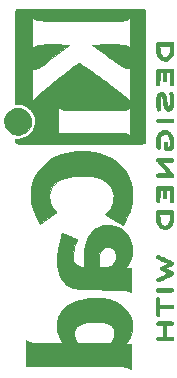
<source format=gbr>
G04 #@! TF.GenerationSoftware,KiCad,Pcbnew,(5.1.2)-1*
G04 #@! TF.CreationDate,2020-05-02T19:55:25+09:00*
G04 #@! TF.ProjectId,PowerBoard,506f7765-7242-46f6-9172-642e6b696361,rev?*
G04 #@! TF.SameCoordinates,Original*
G04 #@! TF.FileFunction,Legend,Bot*
G04 #@! TF.FilePolarity,Positive*
%FSLAX46Y46*%
G04 Gerber Fmt 4.6, Leading zero omitted, Abs format (unit mm)*
G04 Created by KiCad (PCBNEW (5.1.2)-1) date 2020-05-02 19:55:25*
%MOMM*%
%LPD*%
G04 APERTURE LIST*
%ADD10C,0.010000*%
G04 APERTURE END LIST*
D10*
G36*
X-17201903Y-24783282D02*
G01*
X-17157219Y-24846319D01*
X-17101553Y-24901985D01*
X-16479920Y-24901985D01*
X-16295341Y-24901839D01*
X-16150617Y-24901150D01*
X-16040245Y-24899537D01*
X-15958724Y-24896620D01*
X-15900551Y-24892022D01*
X-15860223Y-24885361D01*
X-15832240Y-24876258D01*
X-15811097Y-24864334D01*
X-15798532Y-24854981D01*
X-15749165Y-24793245D01*
X-15743807Y-24722357D01*
X-15774081Y-24657566D01*
X-15791954Y-24636157D01*
X-15815695Y-24621846D01*
X-15853925Y-24613214D01*
X-15915267Y-24608842D01*
X-16008340Y-24607310D01*
X-16080242Y-24607163D01*
X-16351098Y-24607163D01*
X-16351098Y-23609306D01*
X-16104693Y-23609306D01*
X-15992018Y-23608274D01*
X-15914582Y-23604146D01*
X-15862292Y-23595371D01*
X-15825056Y-23580402D01*
X-15798532Y-23562303D01*
X-15749304Y-23500221D01*
X-15743475Y-23430012D01*
X-15778465Y-23362799D01*
X-15796807Y-23344448D01*
X-15821123Y-23331488D01*
X-15858999Y-23322939D01*
X-15918022Y-23317825D01*
X-16005778Y-23315169D01*
X-16129854Y-23313991D01*
X-16158331Y-23313854D01*
X-16392108Y-23312882D01*
X-16584772Y-23312381D01*
X-16740565Y-23312544D01*
X-16863729Y-23313565D01*
X-16958507Y-23315637D01*
X-17029141Y-23318953D01*
X-17079874Y-23323707D01*
X-17114948Y-23330091D01*
X-17138607Y-23338300D01*
X-17155091Y-23348527D01*
X-17167527Y-23359842D01*
X-17207306Y-23423849D01*
X-17201903Y-23490603D01*
X-17157219Y-23553640D01*
X-17128390Y-23579149D01*
X-17096545Y-23595409D01*
X-17051192Y-23604481D01*
X-16981834Y-23608426D01*
X-16877978Y-23609305D01*
X-16873736Y-23609306D01*
X-16645920Y-23609306D01*
X-16645920Y-24607163D01*
X-16884045Y-24607163D01*
X-16993749Y-24608181D01*
X-17067824Y-24612271D01*
X-17115973Y-24620985D01*
X-17147899Y-24635875D01*
X-17167527Y-24652520D01*
X-17207306Y-24716527D01*
X-17201903Y-24783282D01*
X-17201903Y-24783282D01*
G37*
X-17201903Y-24783282D02*
X-17157219Y-24846319D01*
X-17101553Y-24901985D01*
X-16479920Y-24901985D01*
X-16295341Y-24901839D01*
X-16150617Y-24901150D01*
X-16040245Y-24899537D01*
X-15958724Y-24896620D01*
X-15900551Y-24892022D01*
X-15860223Y-24885361D01*
X-15832240Y-24876258D01*
X-15811097Y-24864334D01*
X-15798532Y-24854981D01*
X-15749165Y-24793245D01*
X-15743807Y-24722357D01*
X-15774081Y-24657566D01*
X-15791954Y-24636157D01*
X-15815695Y-24621846D01*
X-15853925Y-24613214D01*
X-15915267Y-24608842D01*
X-16008340Y-24607310D01*
X-16080242Y-24607163D01*
X-16351098Y-24607163D01*
X-16351098Y-23609306D01*
X-16104693Y-23609306D01*
X-15992018Y-23608274D01*
X-15914582Y-23604146D01*
X-15862292Y-23595371D01*
X-15825056Y-23580402D01*
X-15798532Y-23562303D01*
X-15749304Y-23500221D01*
X-15743475Y-23430012D01*
X-15778465Y-23362799D01*
X-15796807Y-23344448D01*
X-15821123Y-23331488D01*
X-15858999Y-23322939D01*
X-15918022Y-23317825D01*
X-16005778Y-23315169D01*
X-16129854Y-23313991D01*
X-16158331Y-23313854D01*
X-16392108Y-23312882D01*
X-16584772Y-23312381D01*
X-16740565Y-23312544D01*
X-16863729Y-23313565D01*
X-16958507Y-23315637D01*
X-17029141Y-23318953D01*
X-17079874Y-23323707D01*
X-17114948Y-23330091D01*
X-17138607Y-23338300D01*
X-17155091Y-23348527D01*
X-17167527Y-23359842D01*
X-17207306Y-23423849D01*
X-17201903Y-23490603D01*
X-17157219Y-23553640D01*
X-17128390Y-23579149D01*
X-17096545Y-23595409D01*
X-17051192Y-23604481D01*
X-16981834Y-23608426D01*
X-16877978Y-23609305D01*
X-16873736Y-23609306D01*
X-16645920Y-23609306D01*
X-16645920Y-24607163D01*
X-16884045Y-24607163D01*
X-16993749Y-24608181D01*
X-17067824Y-24612271D01*
X-17115973Y-24620985D01*
X-17147899Y-24635875D01*
X-17167527Y-24652520D01*
X-17207306Y-24716527D01*
X-17201903Y-24783282D01*
G36*
X-17212690Y-22240463D02*
G01*
X-17211930Y-22398581D01*
X-17210340Y-22521308D01*
X-17207655Y-22613626D01*
X-17203610Y-22680519D01*
X-17197940Y-22726968D01*
X-17190380Y-22757957D01*
X-17180665Y-22778468D01*
X-17173197Y-22788394D01*
X-17107835Y-22839911D01*
X-17039972Y-22846143D01*
X-16978323Y-22814307D01*
X-16953688Y-22793488D01*
X-16936890Y-22771085D01*
X-16926430Y-22738617D01*
X-16920805Y-22687606D01*
X-16918517Y-22609570D01*
X-16918065Y-22496030D01*
X-16918063Y-22473731D01*
X-16918063Y-22180556D01*
X-16373777Y-22180556D01*
X-16202218Y-22180363D01*
X-16070211Y-22179486D01*
X-15971955Y-22177478D01*
X-15901644Y-22173894D01*
X-15853477Y-22168287D01*
X-15821649Y-22160211D01*
X-15800358Y-22149218D01*
X-15784134Y-22135199D01*
X-15744266Y-22069039D01*
X-15747408Y-21999974D01*
X-15792895Y-21937340D01*
X-15798532Y-21932738D01*
X-15819842Y-21917757D01*
X-15844775Y-21906343D01*
X-15879391Y-21898014D01*
X-15929747Y-21892287D01*
X-16001902Y-21888679D01*
X-16101914Y-21886706D01*
X-16235842Y-21885886D01*
X-16388175Y-21885735D01*
X-16918063Y-21885735D01*
X-16918063Y-21605767D01*
X-16918876Y-21485622D01*
X-16922044Y-21402445D01*
X-16928661Y-21347863D01*
X-16939821Y-21313506D01*
X-16956616Y-21291000D01*
X-16959536Y-21288267D01*
X-17026310Y-21255406D01*
X-17101800Y-21258312D01*
X-17167527Y-21296092D01*
X-17180276Y-21310702D01*
X-17190385Y-21329540D01*
X-17198160Y-21357628D01*
X-17203905Y-21399990D01*
X-17207926Y-21461650D01*
X-17210528Y-21547632D01*
X-17212018Y-21662958D01*
X-17212701Y-21812652D01*
X-17212881Y-22001738D01*
X-17212884Y-22041972D01*
X-17212690Y-22240463D01*
X-17212690Y-22240463D01*
G37*
X-17212690Y-22240463D02*
X-17211930Y-22398581D01*
X-17210340Y-22521308D01*
X-17207655Y-22613626D01*
X-17203610Y-22680519D01*
X-17197940Y-22726968D01*
X-17190380Y-22757957D01*
X-17180665Y-22778468D01*
X-17173197Y-22788394D01*
X-17107835Y-22839911D01*
X-17039972Y-22846143D01*
X-16978323Y-22814307D01*
X-16953688Y-22793488D01*
X-16936890Y-22771085D01*
X-16926430Y-22738617D01*
X-16920805Y-22687606D01*
X-16918517Y-22609570D01*
X-16918065Y-22496030D01*
X-16918063Y-22473731D01*
X-16918063Y-22180556D01*
X-16373777Y-22180556D01*
X-16202218Y-22180363D01*
X-16070211Y-22179486D01*
X-15971955Y-22177478D01*
X-15901644Y-22173894D01*
X-15853477Y-22168287D01*
X-15821649Y-22160211D01*
X-15800358Y-22149218D01*
X-15784134Y-22135199D01*
X-15744266Y-22069039D01*
X-15747408Y-21999974D01*
X-15792895Y-21937340D01*
X-15798532Y-21932738D01*
X-15819842Y-21917757D01*
X-15844775Y-21906343D01*
X-15879391Y-21898014D01*
X-15929747Y-21892287D01*
X-16001902Y-21888679D01*
X-16101914Y-21886706D01*
X-16235842Y-21885886D01*
X-16388175Y-21885735D01*
X-16918063Y-21885735D01*
X-16918063Y-21605767D01*
X-16918876Y-21485622D01*
X-16922044Y-21402445D01*
X-16928661Y-21347863D01*
X-16939821Y-21313506D01*
X-16956616Y-21291000D01*
X-16959536Y-21288267D01*
X-17026310Y-21255406D01*
X-17101800Y-21258312D01*
X-17167527Y-21296092D01*
X-17180276Y-21310702D01*
X-17190385Y-21329540D01*
X-17198160Y-21357628D01*
X-17203905Y-21399990D01*
X-17207926Y-21461650D01*
X-17210528Y-21547632D01*
X-17212018Y-21662958D01*
X-17212701Y-21812652D01*
X-17212881Y-22001738D01*
X-17212884Y-22041972D01*
X-17212690Y-22240463D01*
G36*
X-17199203Y-20684647D02*
G01*
X-17169531Y-20732285D01*
X-17126177Y-20785824D01*
X-16480215Y-20785824D01*
X-16291262Y-20785653D01*
X-16142396Y-20784923D01*
X-16028345Y-20783305D01*
X-15943841Y-20780471D01*
X-15883614Y-20776092D01*
X-15842392Y-20769841D01*
X-15814907Y-20761389D01*
X-15795887Y-20750408D01*
X-15786515Y-20742621D01*
X-15745346Y-20679463D01*
X-15747025Y-20607543D01*
X-15782130Y-20544542D01*
X-15825484Y-20491002D01*
X-17126177Y-20491002D01*
X-17169531Y-20544542D01*
X-17201067Y-20596215D01*
X-17212884Y-20638413D01*
X-17199203Y-20684647D01*
X-17199203Y-20684647D01*
G37*
X-17199203Y-20684647D02*
X-17169531Y-20732285D01*
X-17126177Y-20785824D01*
X-16480215Y-20785824D01*
X-16291262Y-20785653D01*
X-16142396Y-20784923D01*
X-16028345Y-20783305D01*
X-15943841Y-20780471D01*
X-15883614Y-20776092D01*
X-15842392Y-20769841D01*
X-15814907Y-20761389D01*
X-15795887Y-20750408D01*
X-15786515Y-20742621D01*
X-15745346Y-20679463D01*
X-15747025Y-20607543D01*
X-15782130Y-20544542D01*
X-15825484Y-20491002D01*
X-17126177Y-20491002D01*
X-17169531Y-20544542D01*
X-17201067Y-20596215D01*
X-17212884Y-20638413D01*
X-17199203Y-20684647D01*
G36*
X-17208932Y-19792785D02*
G01*
X-17194868Y-19832139D01*
X-17194180Y-19833658D01*
X-17153396Y-19887100D01*
X-17111445Y-19916545D01*
X-17091776Y-19922307D01*
X-17065640Y-19922022D01*
X-17028409Y-19913915D01*
X-16975449Y-19896208D01*
X-16902132Y-19867124D01*
X-16803826Y-19824887D01*
X-16675901Y-19767720D01*
X-16513725Y-19693846D01*
X-16425084Y-19653184D01*
X-16266842Y-19579759D01*
X-16121320Y-19510831D01*
X-15993840Y-19449032D01*
X-15889721Y-19396991D01*
X-15814284Y-19357341D01*
X-15772849Y-19332711D01*
X-15767125Y-19327837D01*
X-15741875Y-19265478D01*
X-15745257Y-19195040D01*
X-15775967Y-19138548D01*
X-15778465Y-19136246D01*
X-15812485Y-19113774D01*
X-15878749Y-19076078D01*
X-15968728Y-19027806D01*
X-16073891Y-18973608D01*
X-16112644Y-18954130D01*
X-16407137Y-18807102D01*
X-16087228Y-18646843D01*
X-15976694Y-18589641D01*
X-15880833Y-18536571D01*
X-15806984Y-18491969D01*
X-15762484Y-18460170D01*
X-15753048Y-18449393D01*
X-15740268Y-18365626D01*
X-15767125Y-18296504D01*
X-15795828Y-18276171D01*
X-15859619Y-18240986D01*
X-15952221Y-18193819D01*
X-16067357Y-18137540D01*
X-16198751Y-18075019D01*
X-16340125Y-18009127D01*
X-16485203Y-17942734D01*
X-16627707Y-17878710D01*
X-16761360Y-17819926D01*
X-16879886Y-17769252D01*
X-16977008Y-17729558D01*
X-17046448Y-17703715D01*
X-17081930Y-17694592D01*
X-17083215Y-17694685D01*
X-17127863Y-17716881D01*
X-17173337Y-17761246D01*
X-17175315Y-17763859D01*
X-17206137Y-17818386D01*
X-17205839Y-17868821D01*
X-17200028Y-17887724D01*
X-17187470Y-17910759D01*
X-17162766Y-17935220D01*
X-17120793Y-17964042D01*
X-17056425Y-18000160D01*
X-16964537Y-18046508D01*
X-16840006Y-18106019D01*
X-16725054Y-18159687D01*
X-16591805Y-18221432D01*
X-16471977Y-18276760D01*
X-16371829Y-18322797D01*
X-16297622Y-18356670D01*
X-16255616Y-18375502D01*
X-16249045Y-18378249D01*
X-16259787Y-18390602D01*
X-16304764Y-18418993D01*
X-16377412Y-18459645D01*
X-16471166Y-18508779D01*
X-16509848Y-18528331D01*
X-16640465Y-18594565D01*
X-16735589Y-18645644D01*
X-16800748Y-18685760D01*
X-16841475Y-18719104D01*
X-16863299Y-18749869D01*
X-16871751Y-18782245D01*
X-16872706Y-18803344D01*
X-16869408Y-18840562D01*
X-16855768Y-18873176D01*
X-16826166Y-18905582D01*
X-16774984Y-18942176D01*
X-16696602Y-18987354D01*
X-16585400Y-19045512D01*
X-16522142Y-19077600D01*
X-16421325Y-19129648D01*
X-16337720Y-19175044D01*
X-16278380Y-19209780D01*
X-16250361Y-19229853D01*
X-16249194Y-19232583D01*
X-16271246Y-19245546D01*
X-16328507Y-19274569D01*
X-16414984Y-19316745D01*
X-16524684Y-19369168D01*
X-16651614Y-19428931D01*
X-16714661Y-19458329D01*
X-16877370Y-19534808D01*
X-17002571Y-19596392D01*
X-17094349Y-19646278D01*
X-17156790Y-19687663D01*
X-17193977Y-19723744D01*
X-17209996Y-19757719D01*
X-17208932Y-19792785D01*
X-17208932Y-19792785D01*
G37*
X-17208932Y-19792785D02*
X-17194868Y-19832139D01*
X-17194180Y-19833658D01*
X-17153396Y-19887100D01*
X-17111445Y-19916545D01*
X-17091776Y-19922307D01*
X-17065640Y-19922022D01*
X-17028409Y-19913915D01*
X-16975449Y-19896208D01*
X-16902132Y-19867124D01*
X-16803826Y-19824887D01*
X-16675901Y-19767720D01*
X-16513725Y-19693846D01*
X-16425084Y-19653184D01*
X-16266842Y-19579759D01*
X-16121320Y-19510831D01*
X-15993840Y-19449032D01*
X-15889721Y-19396991D01*
X-15814284Y-19357341D01*
X-15772849Y-19332711D01*
X-15767125Y-19327837D01*
X-15741875Y-19265478D01*
X-15745257Y-19195040D01*
X-15775967Y-19138548D01*
X-15778465Y-19136246D01*
X-15812485Y-19113774D01*
X-15878749Y-19076078D01*
X-15968728Y-19027806D01*
X-16073891Y-18973608D01*
X-16112644Y-18954130D01*
X-16407137Y-18807102D01*
X-16087228Y-18646843D01*
X-15976694Y-18589641D01*
X-15880833Y-18536571D01*
X-15806984Y-18491969D01*
X-15762484Y-18460170D01*
X-15753048Y-18449393D01*
X-15740268Y-18365626D01*
X-15767125Y-18296504D01*
X-15795828Y-18276171D01*
X-15859619Y-18240986D01*
X-15952221Y-18193819D01*
X-16067357Y-18137540D01*
X-16198751Y-18075019D01*
X-16340125Y-18009127D01*
X-16485203Y-17942734D01*
X-16627707Y-17878710D01*
X-16761360Y-17819926D01*
X-16879886Y-17769252D01*
X-16977008Y-17729558D01*
X-17046448Y-17703715D01*
X-17081930Y-17694592D01*
X-17083215Y-17694685D01*
X-17127863Y-17716881D01*
X-17173337Y-17761246D01*
X-17175315Y-17763859D01*
X-17206137Y-17818386D01*
X-17205839Y-17868821D01*
X-17200028Y-17887724D01*
X-17187470Y-17910759D01*
X-17162766Y-17935220D01*
X-17120793Y-17964042D01*
X-17056425Y-18000160D01*
X-16964537Y-18046508D01*
X-16840006Y-18106019D01*
X-16725054Y-18159687D01*
X-16591805Y-18221432D01*
X-16471977Y-18276760D01*
X-16371829Y-18322797D01*
X-16297622Y-18356670D01*
X-16255616Y-18375502D01*
X-16249045Y-18378249D01*
X-16259787Y-18390602D01*
X-16304764Y-18418993D01*
X-16377412Y-18459645D01*
X-16471166Y-18508779D01*
X-16509848Y-18528331D01*
X-16640465Y-18594565D01*
X-16735589Y-18645644D01*
X-16800748Y-18685760D01*
X-16841475Y-18719104D01*
X-16863299Y-18749869D01*
X-16871751Y-18782245D01*
X-16872706Y-18803344D01*
X-16869408Y-18840562D01*
X-16855768Y-18873176D01*
X-16826166Y-18905582D01*
X-16774984Y-18942176D01*
X-16696602Y-18987354D01*
X-16585400Y-19045512D01*
X-16522142Y-19077600D01*
X-16421325Y-19129648D01*
X-16337720Y-19175044D01*
X-16278380Y-19209780D01*
X-16250361Y-19229853D01*
X-16249194Y-19232583D01*
X-16271246Y-19245546D01*
X-16328507Y-19274569D01*
X-16414984Y-19316745D01*
X-16524684Y-19369168D01*
X-16651614Y-19428931D01*
X-16714661Y-19458329D01*
X-16877370Y-19534808D01*
X-17002571Y-19596392D01*
X-17094349Y-19646278D01*
X-17156790Y-19687663D01*
X-17193977Y-19723744D01*
X-17209996Y-19757719D01*
X-17208932Y-19792785D01*
G36*
X-17212466Y-14315730D02*
G01*
X-17203705Y-14574841D01*
X-17177137Y-14795226D01*
X-17131172Y-14980519D01*
X-17064217Y-15134355D01*
X-16974684Y-15260366D01*
X-16860981Y-15362187D01*
X-16721518Y-15443451D01*
X-16718117Y-15445050D01*
X-16593298Y-15493549D01*
X-16482754Y-15510829D01*
X-16371503Y-15496825D01*
X-16244567Y-15451468D01*
X-16225251Y-15442866D01*
X-16112194Y-15384206D01*
X-16024835Y-15318280D01*
X-15950573Y-15233194D01*
X-15876809Y-15117054D01*
X-15872958Y-15110307D01*
X-15824392Y-15009204D01*
X-15788121Y-14894929D01*
X-15762894Y-14760141D01*
X-15747461Y-14597495D01*
X-15740569Y-14399649D01*
X-15739970Y-14329747D01*
X-15738777Y-13996884D01*
X-15798532Y-13949881D01*
X-15818181Y-13935938D01*
X-15841127Y-13925061D01*
X-15872871Y-13916871D01*
X-15918918Y-13910987D01*
X-15984767Y-13907031D01*
X-16033598Y-13905741D01*
X-16033598Y-14220377D01*
X-16033598Y-14408980D01*
X-16036826Y-14519345D01*
X-16045319Y-14632641D01*
X-16057297Y-14725625D01*
X-16058306Y-14731238D01*
X-16102612Y-14896390D01*
X-16169178Y-15024490D01*
X-16261093Y-15119590D01*
X-16381445Y-15185743D01*
X-16413342Y-15197247D01*
X-16463020Y-15208522D01*
X-16512100Y-15203640D01*
X-16577393Y-15179887D01*
X-16609468Y-15165569D01*
X-16694703Y-15118682D01*
X-16754501Y-15062191D01*
X-16796143Y-15000035D01*
X-16850332Y-14875532D01*
X-16889585Y-14716194D01*
X-16912188Y-14530573D01*
X-16917163Y-14396136D01*
X-16918063Y-14220377D01*
X-16033598Y-14220377D01*
X-16033598Y-13905741D01*
X-16075922Y-13904622D01*
X-16197885Y-13903381D01*
X-16356159Y-13902928D01*
X-16479920Y-13902877D01*
X-17101553Y-13902877D01*
X-17157219Y-13958543D01*
X-17179782Y-13983248D01*
X-17195234Y-14009961D01*
X-17204902Y-14047264D01*
X-17210113Y-14103743D01*
X-17212195Y-14187978D01*
X-17212476Y-14308555D01*
X-17212466Y-14315730D01*
X-17212466Y-14315730D01*
G37*
X-17212466Y-14315730D02*
X-17203705Y-14574841D01*
X-17177137Y-14795226D01*
X-17131172Y-14980519D01*
X-17064217Y-15134355D01*
X-16974684Y-15260366D01*
X-16860981Y-15362187D01*
X-16721518Y-15443451D01*
X-16718117Y-15445050D01*
X-16593298Y-15493549D01*
X-16482754Y-15510829D01*
X-16371503Y-15496825D01*
X-16244567Y-15451468D01*
X-16225251Y-15442866D01*
X-16112194Y-15384206D01*
X-16024835Y-15318280D01*
X-15950573Y-15233194D01*
X-15876809Y-15117054D01*
X-15872958Y-15110307D01*
X-15824392Y-15009204D01*
X-15788121Y-14894929D01*
X-15762894Y-14760141D01*
X-15747461Y-14597495D01*
X-15740569Y-14399649D01*
X-15739970Y-14329747D01*
X-15738777Y-13996884D01*
X-15798532Y-13949881D01*
X-15818181Y-13935938D01*
X-15841127Y-13925061D01*
X-15872871Y-13916871D01*
X-15918918Y-13910987D01*
X-15984767Y-13907031D01*
X-16033598Y-13905741D01*
X-16033598Y-14220377D01*
X-16033598Y-14408980D01*
X-16036826Y-14519345D01*
X-16045319Y-14632641D01*
X-16057297Y-14725625D01*
X-16058306Y-14731238D01*
X-16102612Y-14896390D01*
X-16169178Y-15024490D01*
X-16261093Y-15119590D01*
X-16381445Y-15185743D01*
X-16413342Y-15197247D01*
X-16463020Y-15208522D01*
X-16512100Y-15203640D01*
X-16577393Y-15179887D01*
X-16609468Y-15165569D01*
X-16694703Y-15118682D01*
X-16754501Y-15062191D01*
X-16796143Y-15000035D01*
X-16850332Y-14875532D01*
X-16889585Y-14716194D01*
X-16912188Y-14530573D01*
X-16917163Y-14396136D01*
X-16918063Y-14220377D01*
X-16033598Y-14220377D01*
X-16033598Y-13905741D01*
X-16075922Y-13904622D01*
X-16197885Y-13903381D01*
X-16356159Y-13902928D01*
X-16479920Y-13902877D01*
X-17101553Y-13902877D01*
X-17157219Y-13958543D01*
X-17179782Y-13983248D01*
X-17195234Y-14009961D01*
X-17204902Y-14047264D01*
X-17210113Y-14103743D01*
X-17212195Y-14187978D01*
X-17212476Y-14308555D01*
X-17212466Y-14315730D01*
G36*
X-17212497Y-12732763D02*
G01*
X-17210660Y-12886162D01*
X-17206366Y-13003715D01*
X-17198605Y-13090176D01*
X-17186367Y-13150300D01*
X-17168642Y-13188840D01*
X-17144421Y-13210552D01*
X-17112695Y-13220190D01*
X-17072454Y-13222508D01*
X-17067702Y-13222520D01*
X-17022186Y-13220508D01*
X-16987008Y-13210995D01*
X-16960749Y-13188771D01*
X-16941988Y-13148622D01*
X-16929304Y-13085336D01*
X-16921278Y-12993702D01*
X-16916488Y-12868507D01*
X-16913516Y-12704539D01*
X-16912857Y-12654283D01*
X-16906723Y-12167967D01*
X-16776322Y-12161165D01*
X-16645920Y-12154364D01*
X-16645920Y-12492159D01*
X-16645433Y-12624127D01*
X-16643374Y-12718357D01*
X-16638845Y-12782465D01*
X-16630947Y-12824064D01*
X-16618782Y-12850770D01*
X-16601452Y-12870198D01*
X-16601314Y-12870322D01*
X-16533776Y-12905557D01*
X-16460779Y-12904283D01*
X-16398552Y-12867304D01*
X-16392156Y-12859985D01*
X-16375672Y-12834010D01*
X-16364204Y-12798417D01*
X-16356889Y-12745273D01*
X-16352862Y-12666648D01*
X-16351260Y-12554610D01*
X-16351098Y-12482954D01*
X-16351098Y-12156627D01*
X-16033598Y-12156627D01*
X-16033598Y-12652041D01*
X-16033312Y-12815606D01*
X-16032143Y-12939817D01*
X-16029623Y-13030675D01*
X-16025285Y-13094180D01*
X-16018663Y-13136333D01*
X-16009290Y-13163136D01*
X-15996698Y-13180589D01*
X-15992125Y-13184987D01*
X-15928751Y-13217460D01*
X-15856653Y-13219836D01*
X-15794142Y-13193195D01*
X-15774081Y-13172117D01*
X-15763037Y-13150190D01*
X-15754492Y-13116215D01*
X-15748148Y-13064818D01*
X-15743705Y-12990625D01*
X-15740864Y-12888261D01*
X-15739325Y-12752353D01*
X-15738790Y-12577525D01*
X-15738777Y-12538000D01*
X-15738893Y-12360244D01*
X-15739535Y-12222262D01*
X-15741143Y-12118476D01*
X-15744156Y-12043303D01*
X-15749014Y-11991161D01*
X-15756156Y-11956471D01*
X-15766023Y-11933650D01*
X-15779054Y-11917117D01*
X-15788411Y-11908047D01*
X-15804983Y-11894394D01*
X-15825513Y-11883728D01*
X-15855384Y-11875680D01*
X-15899979Y-11869884D01*
X-15964683Y-11865973D01*
X-16054880Y-11863577D01*
X-16175953Y-11862330D01*
X-16333287Y-11861864D01*
X-16465709Y-11861806D01*
X-16651265Y-11861949D01*
X-16796935Y-11862626D01*
X-16908189Y-11864212D01*
X-16990499Y-11867081D01*
X-17049334Y-11871607D01*
X-17090166Y-11878164D01*
X-17118465Y-11887126D01*
X-17139702Y-11898867D01*
X-17153129Y-11908809D01*
X-17212884Y-11955812D01*
X-17212884Y-12538763D01*
X-17212497Y-12732763D01*
X-17212497Y-12732763D01*
G37*
X-17212497Y-12732763D02*
X-17210660Y-12886162D01*
X-17206366Y-13003715D01*
X-17198605Y-13090176D01*
X-17186367Y-13150300D01*
X-17168642Y-13188840D01*
X-17144421Y-13210552D01*
X-17112695Y-13220190D01*
X-17072454Y-13222508D01*
X-17067702Y-13222520D01*
X-17022186Y-13220508D01*
X-16987008Y-13210995D01*
X-16960749Y-13188771D01*
X-16941988Y-13148622D01*
X-16929304Y-13085336D01*
X-16921278Y-12993702D01*
X-16916488Y-12868507D01*
X-16913516Y-12704539D01*
X-16912857Y-12654283D01*
X-16906723Y-12167967D01*
X-16776322Y-12161165D01*
X-16645920Y-12154364D01*
X-16645920Y-12492159D01*
X-16645433Y-12624127D01*
X-16643374Y-12718357D01*
X-16638845Y-12782465D01*
X-16630947Y-12824064D01*
X-16618782Y-12850770D01*
X-16601452Y-12870198D01*
X-16601314Y-12870322D01*
X-16533776Y-12905557D01*
X-16460779Y-12904283D01*
X-16398552Y-12867304D01*
X-16392156Y-12859985D01*
X-16375672Y-12834010D01*
X-16364204Y-12798417D01*
X-16356889Y-12745273D01*
X-16352862Y-12666648D01*
X-16351260Y-12554610D01*
X-16351098Y-12482954D01*
X-16351098Y-12156627D01*
X-16033598Y-12156627D01*
X-16033598Y-12652041D01*
X-16033312Y-12815606D01*
X-16032143Y-12939817D01*
X-16029623Y-13030675D01*
X-16025285Y-13094180D01*
X-16018663Y-13136333D01*
X-16009290Y-13163136D01*
X-15996698Y-13180589D01*
X-15992125Y-13184987D01*
X-15928751Y-13217460D01*
X-15856653Y-13219836D01*
X-15794142Y-13193195D01*
X-15774081Y-13172117D01*
X-15763037Y-13150190D01*
X-15754492Y-13116215D01*
X-15748148Y-13064818D01*
X-15743705Y-12990625D01*
X-15740864Y-12888261D01*
X-15739325Y-12752353D01*
X-15738790Y-12577525D01*
X-15738777Y-12538000D01*
X-15738893Y-12360244D01*
X-15739535Y-12222262D01*
X-15741143Y-12118476D01*
X-15744156Y-12043303D01*
X-15749014Y-11991161D01*
X-15756156Y-11956471D01*
X-15766023Y-11933650D01*
X-15779054Y-11917117D01*
X-15788411Y-11908047D01*
X-15804983Y-11894394D01*
X-15825513Y-11883728D01*
X-15855384Y-11875680D01*
X-15899979Y-11869884D01*
X-15964683Y-11865973D01*
X-16054880Y-11863577D01*
X-16175953Y-11862330D01*
X-16333287Y-11861864D01*
X-16465709Y-11861806D01*
X-16651265Y-11861949D01*
X-16796935Y-11862626D01*
X-16908189Y-11864212D01*
X-16990499Y-11867081D01*
X-17049334Y-11871607D01*
X-17090166Y-11878164D01*
X-17118465Y-11887126D01*
X-17139702Y-11898867D01*
X-17153129Y-11908809D01*
X-17212884Y-11955812D01*
X-17212884Y-12538763D01*
X-17212497Y-12732763D01*
G36*
X-17204082Y-9658185D02*
G01*
X-17176310Y-9705527D01*
X-17130892Y-9767428D01*
X-17065688Y-9847097D01*
X-16978560Y-9947740D01*
X-16867367Y-10072568D01*
X-16729970Y-10224788D01*
X-16572001Y-10399038D01*
X-16242950Y-10761895D01*
X-16684612Y-10773235D01*
X-16836643Y-10777329D01*
X-16949860Y-10781278D01*
X-17030797Y-10785958D01*
X-17085984Y-10792241D01*
X-17121955Y-10801002D01*
X-17145242Y-10813114D01*
X-17162378Y-10829451D01*
X-17169579Y-10838113D01*
X-17207654Y-10907483D01*
X-17202087Y-10973493D01*
X-17169560Y-11025856D01*
X-17126235Y-11079395D01*
X-16493518Y-11086054D01*
X-16307436Y-11087897D01*
X-16161256Y-11088835D01*
X-16049526Y-11088543D01*
X-15966795Y-11086697D01*
X-15907611Y-11082970D01*
X-15866524Y-11077040D01*
X-15838081Y-11068580D01*
X-15816832Y-11057267D01*
X-15799789Y-11044720D01*
X-15768182Y-11017576D01*
X-15747231Y-10990567D01*
X-15739189Y-10959950D01*
X-15746312Y-10921977D01*
X-15770851Y-10872902D01*
X-15815063Y-10808980D01*
X-15881201Y-10726465D01*
X-15971518Y-10621610D01*
X-16088269Y-10490669D01*
X-16222418Y-10342342D01*
X-16705848Y-9809395D01*
X-16265630Y-9798056D01*
X-16113876Y-9793955D01*
X-16000923Y-9789995D01*
X-15920225Y-9785299D01*
X-15865236Y-9778987D01*
X-15829412Y-9770183D01*
X-15806207Y-9758008D01*
X-15789076Y-9741583D01*
X-15782094Y-9733177D01*
X-15743743Y-9658886D01*
X-15749528Y-9588688D01*
X-15798532Y-9527559D01*
X-15818247Y-9513575D01*
X-15841271Y-9502676D01*
X-15873128Y-9494479D01*
X-15919342Y-9488600D01*
X-15985437Y-9484656D01*
X-16076938Y-9482264D01*
X-16199366Y-9481041D01*
X-16358248Y-9480602D01*
X-16475831Y-9480556D01*
X-16659744Y-9480703D01*
X-16803825Y-9481401D01*
X-16913597Y-9483033D01*
X-16994584Y-9485981D01*
X-17052309Y-9490631D01*
X-17092296Y-9497363D01*
X-17120070Y-9506563D01*
X-17141154Y-9518614D01*
X-17153129Y-9527559D01*
X-17181497Y-9550234D01*
X-17202915Y-9571425D01*
X-17215245Y-9594342D01*
X-17216347Y-9622192D01*
X-17204082Y-9658185D01*
X-17204082Y-9658185D01*
G37*
X-17204082Y-9658185D02*
X-17176310Y-9705527D01*
X-17130892Y-9767428D01*
X-17065688Y-9847097D01*
X-16978560Y-9947740D01*
X-16867367Y-10072568D01*
X-16729970Y-10224788D01*
X-16572001Y-10399038D01*
X-16242950Y-10761895D01*
X-16684612Y-10773235D01*
X-16836643Y-10777329D01*
X-16949860Y-10781278D01*
X-17030797Y-10785958D01*
X-17085984Y-10792241D01*
X-17121955Y-10801002D01*
X-17145242Y-10813114D01*
X-17162378Y-10829451D01*
X-17169579Y-10838113D01*
X-17207654Y-10907483D01*
X-17202087Y-10973493D01*
X-17169560Y-11025856D01*
X-17126235Y-11079395D01*
X-16493518Y-11086054D01*
X-16307436Y-11087897D01*
X-16161256Y-11088835D01*
X-16049526Y-11088543D01*
X-15966795Y-11086697D01*
X-15907611Y-11082970D01*
X-15866524Y-11077040D01*
X-15838081Y-11068580D01*
X-15816832Y-11057267D01*
X-15799789Y-11044720D01*
X-15768182Y-11017576D01*
X-15747231Y-10990567D01*
X-15739189Y-10959950D01*
X-15746312Y-10921977D01*
X-15770851Y-10872902D01*
X-15815063Y-10808980D01*
X-15881201Y-10726465D01*
X-15971518Y-10621610D01*
X-16088269Y-10490669D01*
X-16222418Y-10342342D01*
X-16705848Y-9809395D01*
X-16265630Y-9798056D01*
X-16113876Y-9793955D01*
X-16000923Y-9789995D01*
X-15920225Y-9785299D01*
X-15865236Y-9778987D01*
X-15829412Y-9770183D01*
X-15806207Y-9758008D01*
X-15789076Y-9741583D01*
X-15782094Y-9733177D01*
X-15743743Y-9658886D01*
X-15749528Y-9588688D01*
X-15798532Y-9527559D01*
X-15818247Y-9513575D01*
X-15841271Y-9502676D01*
X-15873128Y-9494479D01*
X-15919342Y-9488600D01*
X-15985437Y-9484656D01*
X-16076938Y-9482264D01*
X-16199366Y-9481041D01*
X-16358248Y-9480602D01*
X-16475831Y-9480556D01*
X-16659744Y-9480703D01*
X-16803825Y-9481401D01*
X-16913597Y-9483033D01*
X-16994584Y-9485981D01*
X-17052309Y-9490631D01*
X-17092296Y-9497363D01*
X-17120070Y-9506563D01*
X-17141154Y-9518614D01*
X-17153129Y-9527559D01*
X-17181497Y-9550234D01*
X-17202915Y-9571425D01*
X-17215245Y-9594342D01*
X-17216347Y-9622192D01*
X-17204082Y-9658185D01*
G36*
X-17201771Y-8352447D02*
G01*
X-17178675Y-8490092D01*
X-17142772Y-8595806D01*
X-17095499Y-8664580D01*
X-17068529Y-8683321D01*
X-17005802Y-8702379D01*
X-16949055Y-8689554D01*
X-16895242Y-8649067D01*
X-16870067Y-8586158D01*
X-16872112Y-8494877D01*
X-16885751Y-8424276D01*
X-16911737Y-8267394D01*
X-16914207Y-8107066D01*
X-16893114Y-7927611D01*
X-16884177Y-7878042D01*
X-16837131Y-7711177D01*
X-16767148Y-7580634D01*
X-16675421Y-7487844D01*
X-16563143Y-7434239D01*
X-16505095Y-7423152D01*
X-16387324Y-7430409D01*
X-16283127Y-7477261D01*
X-16194535Y-7559438D01*
X-16123579Y-7672671D01*
X-16072290Y-7812691D01*
X-16042698Y-7975229D01*
X-16036834Y-8156015D01*
X-16056729Y-8350782D01*
X-16058605Y-8361779D01*
X-16073034Y-8439246D01*
X-16086971Y-8482198D01*
X-16107651Y-8500815D01*
X-16142307Y-8505276D01*
X-16160659Y-8505377D01*
X-16237706Y-8505377D01*
X-16237706Y-8367815D01*
X-16246027Y-8246338D01*
X-16272545Y-8163439D01*
X-16319588Y-8115206D01*
X-16389487Y-8097724D01*
X-16398610Y-8097510D01*
X-16458355Y-8107739D01*
X-16501016Y-8142812D01*
X-16529248Y-8208090D01*
X-16545706Y-8308930D01*
X-16551757Y-8406605D01*
X-16555229Y-8548569D01*
X-16549931Y-8651543D01*
X-16530384Y-8721773D01*
X-16491104Y-8765506D01*
X-16426611Y-8788990D01*
X-16331423Y-8798471D01*
X-16206402Y-8800199D01*
X-16066854Y-8797368D01*
X-15971930Y-8788853D01*
X-15921253Y-8774614D01*
X-15917284Y-8771851D01*
X-15853961Y-8693670D01*
X-15803815Y-8579045D01*
X-15767915Y-8435240D01*
X-15747333Y-8269524D01*
X-15743140Y-8089162D01*
X-15756408Y-7901422D01*
X-15772705Y-7791002D01*
X-15821726Y-7617812D01*
X-15901867Y-7456846D01*
X-16005879Y-7322076D01*
X-16026668Y-7301592D01*
X-16114064Y-7235039D01*
X-16222379Y-7174989D01*
X-16335937Y-7128456D01*
X-16439060Y-7102457D01*
X-16478666Y-7099324D01*
X-16561283Y-7112664D01*
X-16664074Y-7148120D01*
X-16772271Y-7198889D01*
X-16871108Y-7258168D01*
X-16937125Y-7310541D01*
X-17035325Y-7432994D01*
X-17113485Y-7591288D01*
X-17169838Y-7779751D01*
X-17202614Y-7992710D01*
X-17210623Y-8187877D01*
X-17201771Y-8352447D01*
X-17201771Y-8352447D01*
G37*
X-17201771Y-8352447D02*
X-17178675Y-8490092D01*
X-17142772Y-8595806D01*
X-17095499Y-8664580D01*
X-17068529Y-8683321D01*
X-17005802Y-8702379D01*
X-16949055Y-8689554D01*
X-16895242Y-8649067D01*
X-16870067Y-8586158D01*
X-16872112Y-8494877D01*
X-16885751Y-8424276D01*
X-16911737Y-8267394D01*
X-16914207Y-8107066D01*
X-16893114Y-7927611D01*
X-16884177Y-7878042D01*
X-16837131Y-7711177D01*
X-16767148Y-7580634D01*
X-16675421Y-7487844D01*
X-16563143Y-7434239D01*
X-16505095Y-7423152D01*
X-16387324Y-7430409D01*
X-16283127Y-7477261D01*
X-16194535Y-7559438D01*
X-16123579Y-7672671D01*
X-16072290Y-7812691D01*
X-16042698Y-7975229D01*
X-16036834Y-8156015D01*
X-16056729Y-8350782D01*
X-16058605Y-8361779D01*
X-16073034Y-8439246D01*
X-16086971Y-8482198D01*
X-16107651Y-8500815D01*
X-16142307Y-8505276D01*
X-16160659Y-8505377D01*
X-16237706Y-8505377D01*
X-16237706Y-8367815D01*
X-16246027Y-8246338D01*
X-16272545Y-8163439D01*
X-16319588Y-8115206D01*
X-16389487Y-8097724D01*
X-16398610Y-8097510D01*
X-16458355Y-8107739D01*
X-16501016Y-8142812D01*
X-16529248Y-8208090D01*
X-16545706Y-8308930D01*
X-16551757Y-8406605D01*
X-16555229Y-8548569D01*
X-16549931Y-8651543D01*
X-16530384Y-8721773D01*
X-16491104Y-8765506D01*
X-16426611Y-8788990D01*
X-16331423Y-8798471D01*
X-16206402Y-8800199D01*
X-16066854Y-8797368D01*
X-15971930Y-8788853D01*
X-15921253Y-8774614D01*
X-15917284Y-8771851D01*
X-15853961Y-8693670D01*
X-15803815Y-8579045D01*
X-15767915Y-8435240D01*
X-15747333Y-8269524D01*
X-15743140Y-8089162D01*
X-15756408Y-7901422D01*
X-15772705Y-7791002D01*
X-15821726Y-7617812D01*
X-15901867Y-7456846D01*
X-16005879Y-7322076D01*
X-16026668Y-7301592D01*
X-16114064Y-7235039D01*
X-16222379Y-7174989D01*
X-16335937Y-7128456D01*
X-16439060Y-7102457D01*
X-16478666Y-7099324D01*
X-16561283Y-7112664D01*
X-16664074Y-7148120D01*
X-16772271Y-7198889D01*
X-16871108Y-7258168D01*
X-16937125Y-7310541D01*
X-17035325Y-7432994D01*
X-17113485Y-7591288D01*
X-17169838Y-7779751D01*
X-17202614Y-7992710D01*
X-17210623Y-8187877D01*
X-17201771Y-8352447D01*
G36*
X-17167527Y-6396270D02*
G01*
X-17152313Y-6409491D01*
X-17132686Y-6419861D01*
X-17103389Y-6427727D01*
X-17059164Y-6433433D01*
X-16994753Y-6437323D01*
X-16904899Y-6439742D01*
X-16784343Y-6441036D01*
X-16627829Y-6441548D01*
X-16475831Y-6441627D01*
X-16287299Y-6441487D01*
X-16138867Y-6440838D01*
X-16025276Y-6439334D01*
X-15941268Y-6436631D01*
X-15881587Y-6432384D01*
X-15840975Y-6426248D01*
X-15814173Y-6417879D01*
X-15795924Y-6406931D01*
X-15784134Y-6396270D01*
X-15744597Y-6329969D01*
X-15748146Y-6259324D01*
X-15791266Y-6196116D01*
X-15808100Y-6181593D01*
X-15827633Y-6170243D01*
X-15855262Y-6161675D01*
X-15896388Y-6155498D01*
X-15956409Y-6151322D01*
X-16040726Y-6148755D01*
X-16154737Y-6147408D01*
X-16303843Y-6146888D01*
X-16472654Y-6146806D01*
X-17101553Y-6146806D01*
X-17157219Y-6202472D01*
X-17204052Y-6271086D01*
X-17205739Y-6337643D01*
X-17167527Y-6396270D01*
X-17167527Y-6396270D01*
G37*
X-17167527Y-6396270D02*
X-17152313Y-6409491D01*
X-17132686Y-6419861D01*
X-17103389Y-6427727D01*
X-17059164Y-6433433D01*
X-16994753Y-6437323D01*
X-16904899Y-6439742D01*
X-16784343Y-6441036D01*
X-16627829Y-6441548D01*
X-16475831Y-6441627D01*
X-16287299Y-6441487D01*
X-16138867Y-6440838D01*
X-16025276Y-6439334D01*
X-15941268Y-6436631D01*
X-15881587Y-6432384D01*
X-15840975Y-6426248D01*
X-15814173Y-6417879D01*
X-15795924Y-6406931D01*
X-15784134Y-6396270D01*
X-15744597Y-6329969D01*
X-15748146Y-6259324D01*
X-15791266Y-6196116D01*
X-15808100Y-6181593D01*
X-15827633Y-6170243D01*
X-15855262Y-6161675D01*
X-15896388Y-6155498D01*
X-15956409Y-6151322D01*
X-16040726Y-6148755D01*
X-16154737Y-6147408D01*
X-16303843Y-6146888D01*
X-16472654Y-6146806D01*
X-17101553Y-6146806D01*
X-17157219Y-6202472D01*
X-17204052Y-6271086D01*
X-17205739Y-6337643D01*
X-17167527Y-6396270D01*
G36*
X-17210304Y-4853654D02*
G01*
X-17199797Y-5003952D01*
X-17183386Y-5143737D01*
X-17161690Y-5264883D01*
X-17135327Y-5359266D01*
X-17104913Y-5418759D01*
X-17095960Y-5427891D01*
X-17026489Y-5459645D01*
X-16955169Y-5450016D01*
X-16894150Y-5400763D01*
X-16892402Y-5398413D01*
X-16873601Y-5369443D01*
X-16863715Y-5339201D01*
X-16862514Y-5297019D01*
X-16869770Y-5232228D01*
X-16885253Y-5134159D01*
X-16886556Y-5126270D01*
X-16904508Y-4980143D01*
X-16913364Y-4822486D01*
X-16913450Y-4664364D01*
X-16905092Y-4516840D01*
X-16888618Y-4390980D01*
X-16864354Y-4297848D01*
X-16861915Y-4291729D01*
X-16824060Y-4224165D01*
X-16785750Y-4200427D01*
X-16748073Y-4219010D01*
X-16712117Y-4278409D01*
X-16678971Y-4377119D01*
X-16649723Y-4513635D01*
X-16635641Y-4604663D01*
X-16608554Y-4793882D01*
X-16583793Y-4944375D01*
X-16559214Y-5062554D01*
X-16532672Y-5154829D01*
X-16502024Y-5227610D01*
X-16465125Y-5287310D01*
X-16419832Y-5340338D01*
X-16375354Y-5382951D01*
X-16313382Y-5433506D01*
X-16260093Y-5458385D01*
X-16194438Y-5466166D01*
X-16170394Y-5466449D01*
X-16090606Y-5460605D01*
X-16031247Y-5437249D01*
X-15978561Y-5396827D01*
X-15898023Y-5314676D01*
X-15836603Y-5223068D01*
X-15792298Y-5115196D01*
X-15763105Y-4984255D01*
X-15747021Y-4823436D01*
X-15742044Y-4625934D01*
X-15742128Y-4593324D01*
X-15744858Y-4461619D01*
X-15751061Y-4331005D01*
X-15759847Y-4215719D01*
X-15770327Y-4130000D01*
X-15771530Y-4123067D01*
X-15791719Y-4037841D01*
X-15817222Y-3965553D01*
X-15840538Y-3924630D01*
X-15902048Y-3886546D01*
X-15973675Y-3883895D01*
X-16037506Y-3916725D01*
X-16044724Y-3924070D01*
X-16066170Y-3954432D01*
X-16075410Y-3992402D01*
X-16073837Y-4051168D01*
X-16065664Y-4122508D01*
X-16058363Y-4202223D01*
X-16052203Y-4313971D01*
X-16047733Y-4444428D01*
X-16045501Y-4580274D01*
X-16045354Y-4616002D01*
X-16045904Y-4752354D01*
X-16048551Y-4852144D01*
X-16054214Y-4924152D01*
X-16063811Y-4977160D01*
X-16078260Y-5019947D01*
X-16090295Y-5045660D01*
X-16123712Y-5102163D01*
X-16153976Y-5138187D01*
X-16162555Y-5143452D01*
X-16197981Y-5132345D01*
X-16232276Y-5079543D01*
X-16263883Y-4988704D01*
X-16291246Y-4863488D01*
X-16297341Y-4826596D01*
X-16327607Y-4633902D01*
X-16352904Y-4480116D01*
X-16375071Y-4359303D01*
X-16395947Y-4265525D01*
X-16417370Y-4192849D01*
X-16441178Y-4135337D01*
X-16469209Y-4087055D01*
X-16503302Y-4042067D01*
X-16545295Y-3994437D01*
X-16560018Y-3978409D01*
X-16614963Y-3922214D01*
X-16658496Y-3892468D01*
X-16708312Y-3880831D01*
X-16771088Y-3878949D01*
X-16894192Y-3899669D01*
X-16998786Y-3961591D01*
X-17084532Y-4064361D01*
X-17151093Y-4207622D01*
X-17180948Y-4309842D01*
X-17200230Y-4420937D01*
X-17211138Y-4554021D01*
X-17214290Y-4700968D01*
X-17210304Y-4853654D01*
X-17210304Y-4853654D01*
G37*
X-17210304Y-4853654D02*
X-17199797Y-5003952D01*
X-17183386Y-5143737D01*
X-17161690Y-5264883D01*
X-17135327Y-5359266D01*
X-17104913Y-5418759D01*
X-17095960Y-5427891D01*
X-17026489Y-5459645D01*
X-16955169Y-5450016D01*
X-16894150Y-5400763D01*
X-16892402Y-5398413D01*
X-16873601Y-5369443D01*
X-16863715Y-5339201D01*
X-16862514Y-5297019D01*
X-16869770Y-5232228D01*
X-16885253Y-5134159D01*
X-16886556Y-5126270D01*
X-16904508Y-4980143D01*
X-16913364Y-4822486D01*
X-16913450Y-4664364D01*
X-16905092Y-4516840D01*
X-16888618Y-4390980D01*
X-16864354Y-4297848D01*
X-16861915Y-4291729D01*
X-16824060Y-4224165D01*
X-16785750Y-4200427D01*
X-16748073Y-4219010D01*
X-16712117Y-4278409D01*
X-16678971Y-4377119D01*
X-16649723Y-4513635D01*
X-16635641Y-4604663D01*
X-16608554Y-4793882D01*
X-16583793Y-4944375D01*
X-16559214Y-5062554D01*
X-16532672Y-5154829D01*
X-16502024Y-5227610D01*
X-16465125Y-5287310D01*
X-16419832Y-5340338D01*
X-16375354Y-5382951D01*
X-16313382Y-5433506D01*
X-16260093Y-5458385D01*
X-16194438Y-5466166D01*
X-16170394Y-5466449D01*
X-16090606Y-5460605D01*
X-16031247Y-5437249D01*
X-15978561Y-5396827D01*
X-15898023Y-5314676D01*
X-15836603Y-5223068D01*
X-15792298Y-5115196D01*
X-15763105Y-4984255D01*
X-15747021Y-4823436D01*
X-15742044Y-4625934D01*
X-15742128Y-4593324D01*
X-15744858Y-4461619D01*
X-15751061Y-4331005D01*
X-15759847Y-4215719D01*
X-15770327Y-4130000D01*
X-15771530Y-4123067D01*
X-15791719Y-4037841D01*
X-15817222Y-3965553D01*
X-15840538Y-3924630D01*
X-15902048Y-3886546D01*
X-15973675Y-3883895D01*
X-16037506Y-3916725D01*
X-16044724Y-3924070D01*
X-16066170Y-3954432D01*
X-16075410Y-3992402D01*
X-16073837Y-4051168D01*
X-16065664Y-4122508D01*
X-16058363Y-4202223D01*
X-16052203Y-4313971D01*
X-16047733Y-4444428D01*
X-16045501Y-4580274D01*
X-16045354Y-4616002D01*
X-16045904Y-4752354D01*
X-16048551Y-4852144D01*
X-16054214Y-4924152D01*
X-16063811Y-4977160D01*
X-16078260Y-5019947D01*
X-16090295Y-5045660D01*
X-16123712Y-5102163D01*
X-16153976Y-5138187D01*
X-16162555Y-5143452D01*
X-16197981Y-5132345D01*
X-16232276Y-5079543D01*
X-16263883Y-4988704D01*
X-16291246Y-4863488D01*
X-16297341Y-4826596D01*
X-16327607Y-4633902D01*
X-16352904Y-4480116D01*
X-16375071Y-4359303D01*
X-16395947Y-4265525D01*
X-16417370Y-4192849D01*
X-16441178Y-4135337D01*
X-16469209Y-4087055D01*
X-16503302Y-4042067D01*
X-16545295Y-3994437D01*
X-16560018Y-3978409D01*
X-16614963Y-3922214D01*
X-16658496Y-3892468D01*
X-16708312Y-3880831D01*
X-16771088Y-3878949D01*
X-16894192Y-3899669D01*
X-16998786Y-3961591D01*
X-17084532Y-4064361D01*
X-17151093Y-4207622D01*
X-17180948Y-4309842D01*
X-17200230Y-4420937D01*
X-17211138Y-4554021D01*
X-17214290Y-4700968D01*
X-17210304Y-4853654D01*
G36*
X-17212725Y-2802354D02*
G01*
X-17211977Y-2941790D01*
X-17210237Y-3047037D01*
X-17207100Y-3123676D01*
X-17202164Y-3177290D01*
X-17195024Y-3213463D01*
X-17185276Y-3237779D01*
X-17172516Y-3255819D01*
X-17166644Y-3262351D01*
X-17104250Y-3302078D01*
X-17032559Y-3309231D01*
X-16968913Y-3283097D01*
X-16956050Y-3271013D01*
X-16943579Y-3251468D01*
X-16933957Y-3219997D01*
X-16926718Y-3170764D01*
X-16921394Y-3097934D01*
X-16917515Y-2995671D01*
X-16914613Y-2858138D01*
X-16912848Y-2732397D01*
X-16906723Y-2234752D01*
X-16776322Y-2227951D01*
X-16645920Y-2221150D01*
X-16645920Y-2558945D01*
X-16644655Y-2705594D01*
X-16639363Y-2812956D01*
X-16627799Y-2887063D01*
X-16607719Y-2933951D01*
X-16576879Y-2959653D01*
X-16533033Y-2970204D01*
X-16492340Y-2971806D01*
X-16442409Y-2966827D01*
X-16405617Y-2948036D01*
X-16380042Y-2909653D01*
X-16363761Y-2845900D01*
X-16354851Y-2750996D01*
X-16351390Y-2619162D01*
X-16351098Y-2547206D01*
X-16351098Y-2223413D01*
X-16033598Y-2223413D01*
X-16033598Y-2722342D01*
X-16033371Y-2885887D01*
X-16032348Y-3010183D01*
X-16030021Y-3101334D01*
X-16025882Y-3165448D01*
X-16019420Y-3208630D01*
X-16010129Y-3236987D01*
X-15997498Y-3256625D01*
X-15988241Y-3266627D01*
X-15934214Y-3300938D01*
X-15886188Y-3311985D01*
X-15827526Y-3296211D01*
X-15784134Y-3266627D01*
X-15770474Y-3250844D01*
X-15759867Y-3230469D01*
X-15751929Y-3200022D01*
X-15746274Y-3154023D01*
X-15742518Y-3086990D01*
X-15740277Y-2993442D01*
X-15739166Y-2867900D01*
X-15738801Y-2704882D01*
X-15738777Y-2620288D01*
X-15738937Y-2439132D01*
X-15739675Y-2297852D01*
X-15741373Y-2190968D01*
X-15744418Y-2112998D01*
X-15749194Y-2058461D01*
X-15756085Y-2021878D01*
X-15765476Y-1997767D01*
X-15777752Y-1980647D01*
X-15784134Y-1973949D01*
X-15799395Y-1960692D01*
X-15819084Y-1950301D01*
X-15848476Y-1942429D01*
X-15892847Y-1936727D01*
X-15957474Y-1932848D01*
X-16047633Y-1930443D01*
X-16168599Y-1929164D01*
X-16325649Y-1928665D01*
X-16471877Y-1928592D01*
X-16659143Y-1928659D01*
X-16806349Y-1929130D01*
X-16918795Y-1930407D01*
X-17001778Y-1932891D01*
X-17060597Y-1936984D01*
X-17100550Y-1943089D01*
X-17126936Y-1951608D01*
X-17145052Y-1962942D01*
X-17160197Y-1977495D01*
X-17163574Y-1981080D01*
X-17178522Y-1998479D01*
X-17190097Y-2018695D01*
X-17198732Y-2047336D01*
X-17204855Y-2090011D01*
X-17208898Y-2152325D01*
X-17211291Y-2239888D01*
X-17212466Y-2358307D01*
X-17212852Y-2513189D01*
X-17212884Y-2623143D01*
X-17212725Y-2802354D01*
X-17212725Y-2802354D01*
G37*
X-17212725Y-2802354D02*
X-17211977Y-2941790D01*
X-17210237Y-3047037D01*
X-17207100Y-3123676D01*
X-17202164Y-3177290D01*
X-17195024Y-3213463D01*
X-17185276Y-3237779D01*
X-17172516Y-3255819D01*
X-17166644Y-3262351D01*
X-17104250Y-3302078D01*
X-17032559Y-3309231D01*
X-16968913Y-3283097D01*
X-16956050Y-3271013D01*
X-16943579Y-3251468D01*
X-16933957Y-3219997D01*
X-16926718Y-3170764D01*
X-16921394Y-3097934D01*
X-16917515Y-2995671D01*
X-16914613Y-2858138D01*
X-16912848Y-2732397D01*
X-16906723Y-2234752D01*
X-16776322Y-2227951D01*
X-16645920Y-2221150D01*
X-16645920Y-2558945D01*
X-16644655Y-2705594D01*
X-16639363Y-2812956D01*
X-16627799Y-2887063D01*
X-16607719Y-2933951D01*
X-16576879Y-2959653D01*
X-16533033Y-2970204D01*
X-16492340Y-2971806D01*
X-16442409Y-2966827D01*
X-16405617Y-2948036D01*
X-16380042Y-2909653D01*
X-16363761Y-2845900D01*
X-16354851Y-2750996D01*
X-16351390Y-2619162D01*
X-16351098Y-2547206D01*
X-16351098Y-2223413D01*
X-16033598Y-2223413D01*
X-16033598Y-2722342D01*
X-16033371Y-2885887D01*
X-16032348Y-3010183D01*
X-16030021Y-3101334D01*
X-16025882Y-3165448D01*
X-16019420Y-3208630D01*
X-16010129Y-3236987D01*
X-15997498Y-3256625D01*
X-15988241Y-3266627D01*
X-15934214Y-3300938D01*
X-15886188Y-3311985D01*
X-15827526Y-3296211D01*
X-15784134Y-3266627D01*
X-15770474Y-3250844D01*
X-15759867Y-3230469D01*
X-15751929Y-3200022D01*
X-15746274Y-3154023D01*
X-15742518Y-3086990D01*
X-15740277Y-2993442D01*
X-15739166Y-2867900D01*
X-15738801Y-2704882D01*
X-15738777Y-2620288D01*
X-15738937Y-2439132D01*
X-15739675Y-2297852D01*
X-15741373Y-2190968D01*
X-15744418Y-2112998D01*
X-15749194Y-2058461D01*
X-15756085Y-2021878D01*
X-15765476Y-1997767D01*
X-15777752Y-1980647D01*
X-15784134Y-1973949D01*
X-15799395Y-1960692D01*
X-15819084Y-1950301D01*
X-15848476Y-1942429D01*
X-15892847Y-1936727D01*
X-15957474Y-1932848D01*
X-16047633Y-1930443D01*
X-16168599Y-1929164D01*
X-16325649Y-1928665D01*
X-16471877Y-1928592D01*
X-16659143Y-1928659D01*
X-16806349Y-1929130D01*
X-16918795Y-1930407D01*
X-17001778Y-1932891D01*
X-17060597Y-1936984D01*
X-17100550Y-1943089D01*
X-17126936Y-1951608D01*
X-17145052Y-1962942D01*
X-17160197Y-1977495D01*
X-17163574Y-1981080D01*
X-17178522Y-1998479D01*
X-17190097Y-2018695D01*
X-17198732Y-2047336D01*
X-17204855Y-2090011D01*
X-17208898Y-2152325D01*
X-17211291Y-2239888D01*
X-17212466Y-2358307D01*
X-17212852Y-2513189D01*
X-17212884Y-2623143D01*
X-17212725Y-2802354D01*
G36*
X-17212886Y27377D02*
G01*
X-17212080Y-51940D01*
X-17206472Y-284351D01*
X-17189815Y-478994D01*
X-17160320Y-642504D01*
X-17116203Y-781514D01*
X-17055675Y-902659D01*
X-16976950Y-1012571D01*
X-16942752Y-1051829D01*
X-16862735Y-1116951D01*
X-16754154Y-1175672D01*
X-16633797Y-1220931D01*
X-16518453Y-1245665D01*
X-16475831Y-1248235D01*
X-16357678Y-1232130D01*
X-16228618Y-1188973D01*
X-16106458Y-1126496D01*
X-16009008Y-1052433D01*
X-15997250Y-1040403D01*
X-15914606Y-938501D01*
X-15850091Y-826912D01*
X-15802017Y-699202D01*
X-15768693Y-548938D01*
X-15748428Y-369686D01*
X-15739531Y-155013D01*
X-15738777Y-56683D01*
X-15739379Y68340D01*
X-15741896Y156262D01*
X-15747396Y215333D01*
X-15756945Y253800D01*
X-15771611Y279912D01*
X-15784134Y293908D01*
X-15799348Y307129D01*
X-15818975Y317500D01*
X-15848272Y325365D01*
X-15892497Y331071D01*
X-15956908Y334961D01*
X-16046763Y337380D01*
X-16167318Y338674D01*
X-16323833Y339186D01*
X-16475831Y339265D01*
X-16678560Y339765D01*
X-16840509Y339657D01*
X-16918063Y337728D01*
X-16918063Y44444D01*
X-16033598Y44444D01*
X-16033770Y-142654D01*
X-16036999Y-255236D01*
X-16045317Y-373148D01*
X-16056952Y-471527D01*
X-16057431Y-474520D01*
X-16095873Y-633520D01*
X-16155744Y-756846D01*
X-16240942Y-850657D01*
X-16333186Y-910263D01*
X-16435511Y-946990D01*
X-16531591Y-944142D01*
X-16634581Y-901518D01*
X-16741124Y-818146D01*
X-16820073Y-702614D01*
X-16872844Y-552443D01*
X-16891519Y-452081D01*
X-16904634Y-338157D01*
X-16914127Y-217415D01*
X-16918073Y-114719D01*
X-16918092Y-108636D01*
X-16918063Y44444D01*
X-16918063Y337728D01*
X-16966218Y336529D01*
X-17060229Y327966D01*
X-17127080Y311558D01*
X-17171314Y284890D01*
X-17197471Y245551D01*
X-17210091Y191128D01*
X-17213716Y119207D01*
X-17212886Y27377D01*
X-17212886Y27377D01*
G37*
X-17212886Y27377D02*
X-17212080Y-51940D01*
X-17206472Y-284351D01*
X-17189815Y-478994D01*
X-17160320Y-642504D01*
X-17116203Y-781514D01*
X-17055675Y-902659D01*
X-16976950Y-1012571D01*
X-16942752Y-1051829D01*
X-16862735Y-1116951D01*
X-16754154Y-1175672D01*
X-16633797Y-1220931D01*
X-16518453Y-1245665D01*
X-16475831Y-1248235D01*
X-16357678Y-1232130D01*
X-16228618Y-1188973D01*
X-16106458Y-1126496D01*
X-16009008Y-1052433D01*
X-15997250Y-1040403D01*
X-15914606Y-938501D01*
X-15850091Y-826912D01*
X-15802017Y-699202D01*
X-15768693Y-548938D01*
X-15748428Y-369686D01*
X-15739531Y-155013D01*
X-15738777Y-56683D01*
X-15739379Y68340D01*
X-15741896Y156262D01*
X-15747396Y215333D01*
X-15756945Y253800D01*
X-15771611Y279912D01*
X-15784134Y293908D01*
X-15799348Y307129D01*
X-15818975Y317500D01*
X-15848272Y325365D01*
X-15892497Y331071D01*
X-15956908Y334961D01*
X-16046763Y337380D01*
X-16167318Y338674D01*
X-16323833Y339186D01*
X-16475831Y339265D01*
X-16678560Y339765D01*
X-16840509Y339657D01*
X-16918063Y337728D01*
X-16918063Y44444D01*
X-16033598Y44444D01*
X-16033770Y-142654D01*
X-16036999Y-255236D01*
X-16045317Y-373148D01*
X-16056952Y-471527D01*
X-16057431Y-474520D01*
X-16095873Y-633520D01*
X-16155744Y-756846D01*
X-16240942Y-850657D01*
X-16333186Y-910263D01*
X-16435511Y-946990D01*
X-16531591Y-944142D01*
X-16634581Y-901518D01*
X-16741124Y-818146D01*
X-16820073Y-702614D01*
X-16872844Y-552443D01*
X-16891519Y-452081D01*
X-16904634Y-338157D01*
X-16914127Y-217415D01*
X-16918073Y-114719D01*
X-16918092Y-108636D01*
X-16918063Y44444D01*
X-16918063Y337728D01*
X-16966218Y336529D01*
X-17060229Y327966D01*
X-17127080Y311558D01*
X-17171314Y284890D01*
X-17197471Y245551D01*
X-17210091Y191128D01*
X-17213716Y119207D01*
X-17212886Y27377D01*
G36*
X-30025156Y-6642156D02*
G01*
X-29954043Y-6847258D01*
X-29842111Y-7038215D01*
X-29689375Y-7208757D01*
X-29495849Y-7352613D01*
X-29373871Y-7417232D01*
X-29203257Y-7473158D01*
X-29006289Y-7500265D01*
X-28803795Y-7497262D01*
X-28620301Y-7463933D01*
X-28396076Y-7372838D01*
X-28201578Y-7240742D01*
X-28040633Y-7074358D01*
X-27917067Y-6880402D01*
X-27834708Y-6665586D01*
X-27797383Y-6436625D01*
X-27808918Y-6200233D01*
X-27833570Y-6083709D01*
X-27921909Y-5856615D01*
X-28056710Y-5654919D01*
X-28233817Y-5483485D01*
X-28449073Y-5347180D01*
X-28472581Y-5335648D01*
X-28560795Y-5295783D01*
X-28635090Y-5270751D01*
X-28713465Y-5257161D01*
X-28813920Y-5251618D01*
X-28923226Y-5250698D01*
X-29054552Y-5252220D01*
X-29149491Y-5259086D01*
X-29226247Y-5274750D01*
X-29303026Y-5302667D01*
X-29378777Y-5337127D01*
X-29593810Y-5465662D01*
X-29767920Y-5623948D01*
X-29901124Y-5805713D01*
X-29993434Y-6004687D01*
X-30044866Y-6214600D01*
X-30055435Y-6429179D01*
X-30025156Y-6642156D01*
X-30025156Y-6642156D01*
G37*
X-30025156Y-6642156D02*
X-29954043Y-6847258D01*
X-29842111Y-7038215D01*
X-29689375Y-7208757D01*
X-29495849Y-7352613D01*
X-29373871Y-7417232D01*
X-29203257Y-7473158D01*
X-29006289Y-7500265D01*
X-28803795Y-7497262D01*
X-28620301Y-7463933D01*
X-28396076Y-7372838D01*
X-28201578Y-7240742D01*
X-28040633Y-7074358D01*
X-27917067Y-6880402D01*
X-27834708Y-6665586D01*
X-27797383Y-6436625D01*
X-27808918Y-6200233D01*
X-27833570Y-6083709D01*
X-27921909Y-5856615D01*
X-28056710Y-5654919D01*
X-28233817Y-5483485D01*
X-28449073Y-5347180D01*
X-28472581Y-5335648D01*
X-28560795Y-5295783D01*
X-28635090Y-5270751D01*
X-28713465Y-5257161D01*
X-28813920Y-5251618D01*
X-28923226Y-5250698D01*
X-29054552Y-5252220D01*
X-29149491Y-5259086D01*
X-29226247Y-5274750D01*
X-29303026Y-5302667D01*
X-29378777Y-5337127D01*
X-29593810Y-5465662D01*
X-29767920Y-5623948D01*
X-29901124Y-5805713D01*
X-29993434Y-6004687D01*
X-30044866Y-6214600D01*
X-30055435Y-6429179D01*
X-30025156Y-6642156D01*
G36*
X-28194382Y-25675967D02*
G01*
X-28193429Y-25908254D01*
X-28192948Y-25987204D01*
X-28185807Y-27072849D01*
X-24020753Y-27086505D01*
X-23455959Y-27088308D01*
X-22943136Y-27089908D01*
X-22479629Y-27091406D01*
X-22062786Y-27092906D01*
X-21689955Y-27094509D01*
X-21358481Y-27096320D01*
X-21065714Y-27098440D01*
X-20808998Y-27100972D01*
X-20585682Y-27104020D01*
X-20393113Y-27107685D01*
X-20228637Y-27112071D01*
X-20089602Y-27117280D01*
X-19973356Y-27123416D01*
X-19877244Y-27130580D01*
X-19798614Y-27138875D01*
X-19734813Y-27148405D01*
X-19683189Y-27159272D01*
X-19641088Y-27171579D01*
X-19605857Y-27185428D01*
X-19574844Y-27200923D01*
X-19545396Y-27218165D01*
X-19514859Y-27237258D01*
X-19480582Y-27258305D01*
X-19473280Y-27262619D01*
X-19349779Y-27334996D01*
X-19356932Y-26288976D01*
X-19364086Y-25242956D01*
X-19593858Y-25229301D01*
X-19704127Y-25221865D01*
X-19767878Y-25214117D01*
X-19793173Y-25203603D01*
X-19788078Y-25187872D01*
X-19773502Y-25174677D01*
X-19720409Y-25117197D01*
X-19652163Y-25023513D01*
X-19576920Y-24906825D01*
X-19502833Y-24780331D01*
X-19438057Y-24657231D01*
X-19395439Y-24562713D01*
X-19325405Y-24341274D01*
X-19275796Y-24087207D01*
X-19248506Y-23819266D01*
X-19245431Y-23556211D01*
X-19268468Y-23316795D01*
X-19269127Y-23312853D01*
X-19351331Y-22985253D01*
X-19482300Y-22678587D01*
X-19659220Y-22395814D01*
X-19879274Y-22139892D01*
X-20139649Y-21913778D01*
X-20437528Y-21720430D01*
X-20770096Y-21562806D01*
X-21016452Y-21476984D01*
X-21222555Y-21420389D01*
X-21422133Y-21378418D01*
X-21627310Y-21349789D01*
X-21850209Y-21333218D01*
X-22102955Y-21327423D01*
X-22309338Y-21329989D01*
X-22309338Y-23345325D01*
X-21963268Y-23354862D01*
X-21665533Y-23384946D01*
X-21413490Y-23436503D01*
X-21204498Y-23510458D01*
X-21035914Y-23607738D01*
X-20905094Y-23729266D01*
X-20812615Y-23869546D01*
X-20778091Y-23942540D01*
X-20757393Y-24005847D01*
X-20747923Y-24076427D01*
X-20747085Y-24171242D01*
X-20750772Y-24273387D01*
X-20768490Y-24474261D01*
X-20803187Y-24633134D01*
X-20820567Y-24683064D01*
X-20871898Y-24797075D01*
X-20936357Y-24917323D01*
X-20968624Y-24969838D01*
X-21058195Y-25106397D01*
X-23897294Y-25106397D01*
X-23987335Y-24956182D01*
X-24089077Y-24746692D01*
X-24149249Y-24532658D01*
X-24168204Y-24321909D01*
X-24146299Y-24122273D01*
X-24083887Y-23941577D01*
X-23981324Y-23787649D01*
X-23932094Y-23737981D01*
X-23770789Y-23618262D01*
X-23575529Y-23521364D01*
X-23342969Y-23446477D01*
X-23069761Y-23392793D01*
X-22752559Y-23359500D01*
X-22388016Y-23345789D01*
X-22309338Y-23345325D01*
X-22309338Y-21329989D01*
X-22395244Y-21331058D01*
X-22844842Y-21354082D01*
X-23250372Y-21400378D01*
X-23617743Y-21471164D01*
X-23952863Y-21567661D01*
X-24261637Y-21691087D01*
X-24353178Y-21735131D01*
X-24651704Y-21912540D01*
X-24916993Y-22126930D01*
X-25144763Y-22373259D01*
X-25330732Y-22646487D01*
X-25470618Y-22941574D01*
X-25528322Y-23118459D01*
X-25562578Y-23292178D01*
X-25582959Y-23501205D01*
X-25589475Y-23728014D01*
X-25582134Y-23955084D01*
X-25560945Y-24164892D01*
X-25527705Y-24333352D01*
X-25462518Y-24533857D01*
X-25378693Y-24728195D01*
X-25284720Y-24898224D01*
X-25220942Y-24988721D01*
X-25173516Y-25051144D01*
X-25144639Y-25094853D01*
X-25140538Y-25104796D01*
X-25166959Y-25107879D01*
X-25242661Y-25110753D01*
X-25362302Y-25113355D01*
X-25520538Y-25115621D01*
X-25712027Y-25117488D01*
X-25931426Y-25118891D01*
X-26173393Y-25119767D01*
X-26419853Y-25120053D01*
X-26735524Y-25119894D01*
X-27001663Y-25119108D01*
X-27223359Y-25117238D01*
X-27405704Y-25113825D01*
X-27553788Y-25108409D01*
X-27672701Y-25100531D01*
X-27767535Y-25089733D01*
X-27843380Y-25075555D01*
X-27905326Y-25057539D01*
X-27958464Y-25035225D01*
X-28007885Y-25008154D01*
X-28058679Y-24975867D01*
X-28064969Y-24971713D01*
X-28130755Y-24930071D01*
X-28175992Y-24904929D01*
X-28185534Y-24901559D01*
X-28188545Y-24927903D01*
X-28190994Y-25003069D01*
X-28192842Y-25121257D01*
X-28194049Y-25276669D01*
X-28194576Y-25463506D01*
X-28194382Y-25675967D01*
X-28194382Y-25675967D01*
G37*
X-28194382Y-25675967D02*
X-28193429Y-25908254D01*
X-28192948Y-25987204D01*
X-28185807Y-27072849D01*
X-24020753Y-27086505D01*
X-23455959Y-27088308D01*
X-22943136Y-27089908D01*
X-22479629Y-27091406D01*
X-22062786Y-27092906D01*
X-21689955Y-27094509D01*
X-21358481Y-27096320D01*
X-21065714Y-27098440D01*
X-20808998Y-27100972D01*
X-20585682Y-27104020D01*
X-20393113Y-27107685D01*
X-20228637Y-27112071D01*
X-20089602Y-27117280D01*
X-19973356Y-27123416D01*
X-19877244Y-27130580D01*
X-19798614Y-27138875D01*
X-19734813Y-27148405D01*
X-19683189Y-27159272D01*
X-19641088Y-27171579D01*
X-19605857Y-27185428D01*
X-19574844Y-27200923D01*
X-19545396Y-27218165D01*
X-19514859Y-27237258D01*
X-19480582Y-27258305D01*
X-19473280Y-27262619D01*
X-19349779Y-27334996D01*
X-19356932Y-26288976D01*
X-19364086Y-25242956D01*
X-19593858Y-25229301D01*
X-19704127Y-25221865D01*
X-19767878Y-25214117D01*
X-19793173Y-25203603D01*
X-19788078Y-25187872D01*
X-19773502Y-25174677D01*
X-19720409Y-25117197D01*
X-19652163Y-25023513D01*
X-19576920Y-24906825D01*
X-19502833Y-24780331D01*
X-19438057Y-24657231D01*
X-19395439Y-24562713D01*
X-19325405Y-24341274D01*
X-19275796Y-24087207D01*
X-19248506Y-23819266D01*
X-19245431Y-23556211D01*
X-19268468Y-23316795D01*
X-19269127Y-23312853D01*
X-19351331Y-22985253D01*
X-19482300Y-22678587D01*
X-19659220Y-22395814D01*
X-19879274Y-22139892D01*
X-20139649Y-21913778D01*
X-20437528Y-21720430D01*
X-20770096Y-21562806D01*
X-21016452Y-21476984D01*
X-21222555Y-21420389D01*
X-21422133Y-21378418D01*
X-21627310Y-21349789D01*
X-21850209Y-21333218D01*
X-22102955Y-21327423D01*
X-22309338Y-21329989D01*
X-22309338Y-23345325D01*
X-21963268Y-23354862D01*
X-21665533Y-23384946D01*
X-21413490Y-23436503D01*
X-21204498Y-23510458D01*
X-21035914Y-23607738D01*
X-20905094Y-23729266D01*
X-20812615Y-23869546D01*
X-20778091Y-23942540D01*
X-20757393Y-24005847D01*
X-20747923Y-24076427D01*
X-20747085Y-24171242D01*
X-20750772Y-24273387D01*
X-20768490Y-24474261D01*
X-20803187Y-24633134D01*
X-20820567Y-24683064D01*
X-20871898Y-24797075D01*
X-20936357Y-24917323D01*
X-20968624Y-24969838D01*
X-21058195Y-25106397D01*
X-23897294Y-25106397D01*
X-23987335Y-24956182D01*
X-24089077Y-24746692D01*
X-24149249Y-24532658D01*
X-24168204Y-24321909D01*
X-24146299Y-24122273D01*
X-24083887Y-23941577D01*
X-23981324Y-23787649D01*
X-23932094Y-23737981D01*
X-23770789Y-23618262D01*
X-23575529Y-23521364D01*
X-23342969Y-23446477D01*
X-23069761Y-23392793D01*
X-22752559Y-23359500D01*
X-22388016Y-23345789D01*
X-22309338Y-23345325D01*
X-22309338Y-21329989D01*
X-22395244Y-21331058D01*
X-22844842Y-21354082D01*
X-23250372Y-21400378D01*
X-23617743Y-21471164D01*
X-23952863Y-21567661D01*
X-24261637Y-21691087D01*
X-24353178Y-21735131D01*
X-24651704Y-21912540D01*
X-24916993Y-22126930D01*
X-25144763Y-22373259D01*
X-25330732Y-22646487D01*
X-25470618Y-22941574D01*
X-25528322Y-23118459D01*
X-25562578Y-23292178D01*
X-25582959Y-23501205D01*
X-25589475Y-23728014D01*
X-25582134Y-23955084D01*
X-25560945Y-24164892D01*
X-25527705Y-24333352D01*
X-25462518Y-24533857D01*
X-25378693Y-24728195D01*
X-25284720Y-24898224D01*
X-25220942Y-24988721D01*
X-25173516Y-25051144D01*
X-25144639Y-25094853D01*
X-25140538Y-25104796D01*
X-25166959Y-25107879D01*
X-25242661Y-25110753D01*
X-25362302Y-25113355D01*
X-25520538Y-25115621D01*
X-25712027Y-25117488D01*
X-25931426Y-25118891D01*
X-26173393Y-25119767D01*
X-26419853Y-25120053D01*
X-26735524Y-25119894D01*
X-27001663Y-25119108D01*
X-27223359Y-25117238D01*
X-27405704Y-25113825D01*
X-27553788Y-25108409D01*
X-27672701Y-25100531D01*
X-27767535Y-25089733D01*
X-27843380Y-25075555D01*
X-27905326Y-25057539D01*
X-27958464Y-25035225D01*
X-28007885Y-25008154D01*
X-28058679Y-24975867D01*
X-28064969Y-24971713D01*
X-28130755Y-24930071D01*
X-28175992Y-24904929D01*
X-28185534Y-24901559D01*
X-28188545Y-24927903D01*
X-28190994Y-25003069D01*
X-28192842Y-25121257D01*
X-28194049Y-25276669D01*
X-28194576Y-25463506D01*
X-28194382Y-25675967D01*
G36*
X-25593632Y-18365951D02*
G01*
X-25583389Y-18501272D01*
X-25531878Y-18888442D01*
X-25449717Y-19231321D01*
X-25335778Y-19531580D01*
X-25188928Y-19790888D01*
X-25008038Y-20010916D01*
X-24791978Y-20193334D01*
X-24539616Y-20339811D01*
X-24266559Y-20446771D01*
X-24179459Y-20473921D01*
X-24097893Y-20497564D01*
X-24017471Y-20517977D01*
X-23933801Y-20535439D01*
X-23842492Y-20550230D01*
X-23739153Y-20562627D01*
X-23619391Y-20572911D01*
X-23478817Y-20581358D01*
X-23313038Y-20588248D01*
X-23117664Y-20593861D01*
X-22888302Y-20598473D01*
X-22620563Y-20602365D01*
X-22310053Y-20605815D01*
X-21952382Y-20609102D01*
X-21671936Y-20611451D01*
X-19746452Y-20627258D01*
X-19561157Y-20729677D01*
X-19471889Y-20778175D01*
X-19402552Y-20814266D01*
X-19365646Y-20831483D01*
X-19363146Y-20832096D01*
X-19360285Y-20805780D01*
X-19357649Y-20730811D01*
X-19355311Y-20613161D01*
X-19353347Y-20458800D01*
X-19351830Y-20273700D01*
X-19350835Y-20063832D01*
X-19350435Y-19835167D01*
X-19350430Y-19807903D01*
X-19350430Y-18783709D01*
X-19582581Y-18783709D01*
X-19687493Y-18781963D01*
X-19767729Y-18777302D01*
X-19810749Y-18770596D01*
X-19814731Y-18767632D01*
X-19798050Y-18740523D01*
X-19754269Y-18684731D01*
X-19692784Y-18612215D01*
X-19691362Y-18610589D01*
X-19592840Y-18478257D01*
X-19493911Y-18311133D01*
X-19404294Y-18128100D01*
X-19333707Y-17948043D01*
X-19309586Y-17868763D01*
X-19278949Y-17710991D01*
X-19259398Y-17517397D01*
X-19251213Y-17305704D01*
X-19254673Y-17093632D01*
X-19270055Y-16898904D01*
X-19292189Y-16762634D01*
X-19390324Y-16428454D01*
X-19530181Y-16127603D01*
X-19710026Y-15862039D01*
X-19928124Y-15633721D01*
X-20182739Y-15444606D01*
X-20472136Y-15296653D01*
X-20647742Y-15232825D01*
X-20818424Y-15192823D01*
X-21023322Y-15166313D01*
X-21243536Y-15154047D01*
X-21275580Y-15154450D01*
X-21275580Y-17001612D01*
X-21111947Y-17016930D01*
X-20975958Y-17067935D01*
X-20849792Y-17162204D01*
X-20812797Y-17198411D01*
X-20712779Y-17327120D01*
X-20648706Y-17475885D01*
X-20617691Y-17654113D01*
X-20615407Y-17841798D01*
X-20630486Y-18019814D01*
X-20659979Y-18156112D01*
X-20682131Y-18215306D01*
X-20742504Y-18321995D01*
X-20827411Y-18435037D01*
X-20922705Y-18538175D01*
X-21014240Y-18615151D01*
X-21047819Y-18635591D01*
X-21094843Y-18651481D01*
X-21169667Y-18662778D01*
X-21279440Y-18670009D01*
X-21431308Y-18673700D01*
X-21575845Y-18674462D01*
X-21744356Y-18673946D01*
X-21866201Y-18671860D01*
X-21949334Y-18667402D01*
X-22001708Y-18659765D01*
X-22031274Y-18648146D01*
X-22045987Y-18631740D01*
X-22048330Y-18626666D01*
X-22055547Y-18582570D01*
X-22061450Y-18495600D01*
X-22065507Y-18377500D01*
X-22067185Y-18240014D01*
X-22067187Y-18210161D01*
X-22064254Y-18026386D01*
X-22055531Y-17884407D01*
X-22039823Y-17771591D01*
X-22016882Y-17678402D01*
X-21929465Y-17447246D01*
X-21821990Y-17265973D01*
X-21692738Y-17133014D01*
X-21539990Y-17046801D01*
X-21362028Y-17005762D01*
X-21275580Y-17001612D01*
X-21275580Y-15154450D01*
X-21460166Y-15156776D01*
X-21654311Y-15175252D01*
X-21732748Y-15189664D01*
X-22023983Y-15281690D01*
X-22291946Y-15421623D01*
X-22534068Y-15606823D01*
X-22747779Y-15834648D01*
X-22930508Y-16102457D01*
X-23079686Y-16407607D01*
X-23170273Y-16667043D01*
X-23217864Y-16840434D01*
X-23254845Y-17006282D01*
X-23282415Y-17175329D01*
X-23301776Y-17358317D01*
X-23314129Y-17565989D01*
X-23320674Y-17809087D01*
X-23322517Y-18028872D01*
X-23324301Y-18680594D01*
X-23520202Y-18668109D01*
X-23732757Y-18632657D01*
X-23915457Y-18557241D01*
X-24063738Y-18445073D01*
X-24173040Y-18299364D01*
X-24226376Y-18171064D01*
X-24259990Y-17987235D01*
X-24264817Y-17768394D01*
X-24242637Y-17524800D01*
X-24195228Y-17266710D01*
X-24124371Y-17004385D01*
X-24031845Y-16748082D01*
X-23947222Y-16561824D01*
X-23903769Y-16472211D01*
X-23873420Y-16403858D01*
X-23861577Y-16369097D01*
X-23861957Y-16367211D01*
X-23888482Y-16355215D01*
X-23958790Y-16325262D01*
X-24066145Y-16280170D01*
X-24203810Y-16222757D01*
X-24365051Y-16155842D01*
X-24529605Y-16087824D01*
X-25188672Y-15815897D01*
X-25220441Y-16009319D01*
X-25236381Y-16093154D01*
X-25263153Y-16219183D01*
X-25298327Y-16376608D01*
X-25339472Y-16554633D01*
X-25384158Y-16742463D01*
X-25402317Y-16817258D01*
X-25477369Y-17140838D01*
X-25533638Y-17424132D01*
X-25572262Y-17677715D01*
X-25594377Y-17912162D01*
X-25601122Y-18138049D01*
X-25593632Y-18365951D01*
X-25593632Y-18365951D01*
G37*
X-25593632Y-18365951D02*
X-25583389Y-18501272D01*
X-25531878Y-18888442D01*
X-25449717Y-19231321D01*
X-25335778Y-19531580D01*
X-25188928Y-19790888D01*
X-25008038Y-20010916D01*
X-24791978Y-20193334D01*
X-24539616Y-20339811D01*
X-24266559Y-20446771D01*
X-24179459Y-20473921D01*
X-24097893Y-20497564D01*
X-24017471Y-20517977D01*
X-23933801Y-20535439D01*
X-23842492Y-20550230D01*
X-23739153Y-20562627D01*
X-23619391Y-20572911D01*
X-23478817Y-20581358D01*
X-23313038Y-20588248D01*
X-23117664Y-20593861D01*
X-22888302Y-20598473D01*
X-22620563Y-20602365D01*
X-22310053Y-20605815D01*
X-21952382Y-20609102D01*
X-21671936Y-20611451D01*
X-19746452Y-20627258D01*
X-19561157Y-20729677D01*
X-19471889Y-20778175D01*
X-19402552Y-20814266D01*
X-19365646Y-20831483D01*
X-19363146Y-20832096D01*
X-19360285Y-20805780D01*
X-19357649Y-20730811D01*
X-19355311Y-20613161D01*
X-19353347Y-20458800D01*
X-19351830Y-20273700D01*
X-19350835Y-20063832D01*
X-19350435Y-19835167D01*
X-19350430Y-19807903D01*
X-19350430Y-18783709D01*
X-19582581Y-18783709D01*
X-19687493Y-18781963D01*
X-19767729Y-18777302D01*
X-19810749Y-18770596D01*
X-19814731Y-18767632D01*
X-19798050Y-18740523D01*
X-19754269Y-18684731D01*
X-19692784Y-18612215D01*
X-19691362Y-18610589D01*
X-19592840Y-18478257D01*
X-19493911Y-18311133D01*
X-19404294Y-18128100D01*
X-19333707Y-17948043D01*
X-19309586Y-17868763D01*
X-19278949Y-17710991D01*
X-19259398Y-17517397D01*
X-19251213Y-17305704D01*
X-19254673Y-17093632D01*
X-19270055Y-16898904D01*
X-19292189Y-16762634D01*
X-19390324Y-16428454D01*
X-19530181Y-16127603D01*
X-19710026Y-15862039D01*
X-19928124Y-15633721D01*
X-20182739Y-15444606D01*
X-20472136Y-15296653D01*
X-20647742Y-15232825D01*
X-20818424Y-15192823D01*
X-21023322Y-15166313D01*
X-21243536Y-15154047D01*
X-21275580Y-15154450D01*
X-21275580Y-17001612D01*
X-21111947Y-17016930D01*
X-20975958Y-17067935D01*
X-20849792Y-17162204D01*
X-20812797Y-17198411D01*
X-20712779Y-17327120D01*
X-20648706Y-17475885D01*
X-20617691Y-17654113D01*
X-20615407Y-17841798D01*
X-20630486Y-18019814D01*
X-20659979Y-18156112D01*
X-20682131Y-18215306D01*
X-20742504Y-18321995D01*
X-20827411Y-18435037D01*
X-20922705Y-18538175D01*
X-21014240Y-18615151D01*
X-21047819Y-18635591D01*
X-21094843Y-18651481D01*
X-21169667Y-18662778D01*
X-21279440Y-18670009D01*
X-21431308Y-18673700D01*
X-21575845Y-18674462D01*
X-21744356Y-18673946D01*
X-21866201Y-18671860D01*
X-21949334Y-18667402D01*
X-22001708Y-18659765D01*
X-22031274Y-18648146D01*
X-22045987Y-18631740D01*
X-22048330Y-18626666D01*
X-22055547Y-18582570D01*
X-22061450Y-18495600D01*
X-22065507Y-18377500D01*
X-22067185Y-18240014D01*
X-22067187Y-18210161D01*
X-22064254Y-18026386D01*
X-22055531Y-17884407D01*
X-22039823Y-17771591D01*
X-22016882Y-17678402D01*
X-21929465Y-17447246D01*
X-21821990Y-17265973D01*
X-21692738Y-17133014D01*
X-21539990Y-17046801D01*
X-21362028Y-17005762D01*
X-21275580Y-17001612D01*
X-21275580Y-15154450D01*
X-21460166Y-15156776D01*
X-21654311Y-15175252D01*
X-21732748Y-15189664D01*
X-22023983Y-15281690D01*
X-22291946Y-15421623D01*
X-22534068Y-15606823D01*
X-22747779Y-15834648D01*
X-22930508Y-16102457D01*
X-23079686Y-16407607D01*
X-23170273Y-16667043D01*
X-23217864Y-16840434D01*
X-23254845Y-17006282D01*
X-23282415Y-17175329D01*
X-23301776Y-17358317D01*
X-23314129Y-17565989D01*
X-23320674Y-17809087D01*
X-23322517Y-18028872D01*
X-23324301Y-18680594D01*
X-23520202Y-18668109D01*
X-23732757Y-18632657D01*
X-23915457Y-18557241D01*
X-24063738Y-18445073D01*
X-24173040Y-18299364D01*
X-24226376Y-18171064D01*
X-24259990Y-17987235D01*
X-24264817Y-17768394D01*
X-24242637Y-17524800D01*
X-24195228Y-17266710D01*
X-24124371Y-17004385D01*
X-24031845Y-16748082D01*
X-23947222Y-16561824D01*
X-23903769Y-16472211D01*
X-23873420Y-16403858D01*
X-23861577Y-16369097D01*
X-23861957Y-16367211D01*
X-23888482Y-16355215D01*
X-23958790Y-16325262D01*
X-24066145Y-16280170D01*
X-24203810Y-16222757D01*
X-24365051Y-16155842D01*
X-24529605Y-16087824D01*
X-25188672Y-15815897D01*
X-25220441Y-16009319D01*
X-25236381Y-16093154D01*
X-25263153Y-16219183D01*
X-25298327Y-16376608D01*
X-25339472Y-16554633D01*
X-25384158Y-16742463D01*
X-25402317Y-16817258D01*
X-25477369Y-17140838D01*
X-25533638Y-17424132D01*
X-25572262Y-17677715D01*
X-25594377Y-17912162D01*
X-25601122Y-18138049D01*
X-25593632Y-18365951D01*
G36*
X-27789223Y-12940193D02*
G01*
X-27756981Y-13234706D01*
X-27699271Y-13520039D01*
X-27613083Y-13807800D01*
X-27495407Y-14109596D01*
X-27343233Y-14437034D01*
X-27313757Y-14496001D01*
X-27247090Y-14631324D01*
X-27187061Y-14758951D01*
X-27139401Y-14866287D01*
X-27109845Y-14940736D01*
X-27106124Y-14952173D01*
X-27073286Y-15061774D01*
X-26359547Y-14571155D01*
X-26185105Y-14451206D01*
X-26025730Y-14341539D01*
X-25886832Y-14245883D01*
X-25773822Y-14167969D01*
X-25692110Y-14111525D01*
X-25647109Y-14080281D01*
X-25639982Y-14075205D01*
X-25654883Y-14054588D01*
X-25699680Y-14003839D01*
X-25766235Y-13932034D01*
X-25803853Y-13892406D01*
X-25982432Y-13667882D01*
X-26118132Y-13415726D01*
X-26192463Y-13198440D01*
X-26215807Y-13068007D01*
X-26230033Y-12904693D01*
X-26234876Y-12727707D01*
X-26230074Y-12556256D01*
X-26215362Y-12409548D01*
X-26204095Y-12351007D01*
X-26113315Y-12087147D01*
X-25974704Y-11849378D01*
X-25788515Y-11637876D01*
X-25555001Y-11452816D01*
X-25274416Y-11294375D01*
X-24947013Y-11162729D01*
X-24573045Y-11058054D01*
X-24252903Y-10995845D01*
X-24111574Y-10979614D01*
X-23928996Y-10968556D01*
X-23718291Y-10962563D01*
X-23492578Y-10961527D01*
X-23264978Y-10965343D01*
X-23048611Y-10973903D01*
X-22856598Y-10987101D01*
X-22702057Y-11004830D01*
X-22678214Y-11008667D01*
X-22294140Y-11093251D01*
X-21954217Y-11208495D01*
X-21656922Y-11355103D01*
X-21400732Y-11533774D01*
X-21262225Y-11660600D01*
X-21074172Y-11888525D01*
X-20934780Y-12138488D01*
X-20844805Y-12406270D01*
X-20805006Y-12687656D01*
X-20816143Y-12978429D01*
X-20878974Y-13274373D01*
X-20940453Y-13449340D01*
X-21063564Y-13691466D01*
X-21240163Y-13941020D01*
X-21359588Y-14080809D01*
X-21428709Y-14159301D01*
X-21479421Y-14220970D01*
X-21503856Y-14256072D01*
X-21504602Y-14260430D01*
X-21479633Y-14276097D01*
X-21413652Y-14316692D01*
X-21312315Y-14378757D01*
X-21181279Y-14458833D01*
X-21026200Y-14553462D01*
X-20852735Y-14659186D01*
X-20756104Y-14718033D01*
X-20017799Y-15167526D01*
X-19740451Y-14606317D01*
X-19640828Y-14403404D01*
X-19562271Y-14239027D01*
X-19500878Y-14103139D01*
X-19452747Y-13985691D01*
X-19413977Y-13876636D01*
X-19380667Y-13765926D01*
X-19348914Y-13643513D01*
X-19321031Y-13526182D01*
X-19299454Y-13421895D01*
X-19283149Y-13312832D01*
X-19271209Y-13188073D01*
X-19262730Y-13036703D01*
X-19256808Y-12847801D01*
X-19254251Y-12720483D01*
X-19252506Y-12538823D01*
X-19253386Y-12364633D01*
X-19256640Y-12209443D01*
X-19262016Y-12084777D01*
X-19269265Y-12002166D01*
X-19269988Y-11997270D01*
X-19362795Y-11568291D01*
X-19503551Y-11165449D01*
X-19692161Y-10788888D01*
X-19928534Y-10438748D01*
X-20212576Y-10115172D01*
X-20544195Y-9818300D01*
X-20838925Y-9603299D01*
X-21224702Y-9374411D01*
X-21632105Y-9189389D01*
X-22064400Y-9047338D01*
X-22524854Y-8947364D01*
X-23016733Y-8888572D01*
X-23516201Y-8870049D01*
X-23999366Y-8885283D01*
X-24445158Y-8933156D01*
X-24861095Y-9015189D01*
X-25254696Y-9132903D01*
X-25633482Y-9287819D01*
X-25672725Y-9306317D01*
X-26039560Y-9510106D01*
X-26388640Y-9760402D01*
X-26712740Y-10050115D01*
X-27004634Y-10372154D01*
X-27257096Y-10719426D01*
X-27442286Y-11043013D01*
X-27587330Y-11369904D01*
X-27692397Y-11697489D01*
X-27760347Y-12038448D01*
X-27794040Y-12405465D01*
X-27799008Y-12624892D01*
X-27789223Y-12940193D01*
X-27789223Y-12940193D01*
G37*
X-27789223Y-12940193D02*
X-27756981Y-13234706D01*
X-27699271Y-13520039D01*
X-27613083Y-13807800D01*
X-27495407Y-14109596D01*
X-27343233Y-14437034D01*
X-27313757Y-14496001D01*
X-27247090Y-14631324D01*
X-27187061Y-14758951D01*
X-27139401Y-14866287D01*
X-27109845Y-14940736D01*
X-27106124Y-14952173D01*
X-27073286Y-15061774D01*
X-26359547Y-14571155D01*
X-26185105Y-14451206D01*
X-26025730Y-14341539D01*
X-25886832Y-14245883D01*
X-25773822Y-14167969D01*
X-25692110Y-14111525D01*
X-25647109Y-14080281D01*
X-25639982Y-14075205D01*
X-25654883Y-14054588D01*
X-25699680Y-14003839D01*
X-25766235Y-13932034D01*
X-25803853Y-13892406D01*
X-25982432Y-13667882D01*
X-26118132Y-13415726D01*
X-26192463Y-13198440D01*
X-26215807Y-13068007D01*
X-26230033Y-12904693D01*
X-26234876Y-12727707D01*
X-26230074Y-12556256D01*
X-26215362Y-12409548D01*
X-26204095Y-12351007D01*
X-26113315Y-12087147D01*
X-25974704Y-11849378D01*
X-25788515Y-11637876D01*
X-25555001Y-11452816D01*
X-25274416Y-11294375D01*
X-24947013Y-11162729D01*
X-24573045Y-11058054D01*
X-24252903Y-10995845D01*
X-24111574Y-10979614D01*
X-23928996Y-10968556D01*
X-23718291Y-10962563D01*
X-23492578Y-10961527D01*
X-23264978Y-10965343D01*
X-23048611Y-10973903D01*
X-22856598Y-10987101D01*
X-22702057Y-11004830D01*
X-22678214Y-11008667D01*
X-22294140Y-11093251D01*
X-21954217Y-11208495D01*
X-21656922Y-11355103D01*
X-21400732Y-11533774D01*
X-21262225Y-11660600D01*
X-21074172Y-11888525D01*
X-20934780Y-12138488D01*
X-20844805Y-12406270D01*
X-20805006Y-12687656D01*
X-20816143Y-12978429D01*
X-20878974Y-13274373D01*
X-20940453Y-13449340D01*
X-21063564Y-13691466D01*
X-21240163Y-13941020D01*
X-21359588Y-14080809D01*
X-21428709Y-14159301D01*
X-21479421Y-14220970D01*
X-21503856Y-14256072D01*
X-21504602Y-14260430D01*
X-21479633Y-14276097D01*
X-21413652Y-14316692D01*
X-21312315Y-14378757D01*
X-21181279Y-14458833D01*
X-21026200Y-14553462D01*
X-20852735Y-14659186D01*
X-20756104Y-14718033D01*
X-20017799Y-15167526D01*
X-19740451Y-14606317D01*
X-19640828Y-14403404D01*
X-19562271Y-14239027D01*
X-19500878Y-14103139D01*
X-19452747Y-13985691D01*
X-19413977Y-13876636D01*
X-19380667Y-13765926D01*
X-19348914Y-13643513D01*
X-19321031Y-13526182D01*
X-19299454Y-13421895D01*
X-19283149Y-13312832D01*
X-19271209Y-13188073D01*
X-19262730Y-13036703D01*
X-19256808Y-12847801D01*
X-19254251Y-12720483D01*
X-19252506Y-12538823D01*
X-19253386Y-12364633D01*
X-19256640Y-12209443D01*
X-19262016Y-12084777D01*
X-19269265Y-12002166D01*
X-19269988Y-11997270D01*
X-19362795Y-11568291D01*
X-19503551Y-11165449D01*
X-19692161Y-10788888D01*
X-19928534Y-10438748D01*
X-20212576Y-10115172D01*
X-20544195Y-9818300D01*
X-20838925Y-9603299D01*
X-21224702Y-9374411D01*
X-21632105Y-9189389D01*
X-22064400Y-9047338D01*
X-22524854Y-8947364D01*
X-23016733Y-8888572D01*
X-23516201Y-8870049D01*
X-23999366Y-8885283D01*
X-24445158Y-8933156D01*
X-24861095Y-9015189D01*
X-25254696Y-9132903D01*
X-25633482Y-9287819D01*
X-25672725Y-9306317D01*
X-26039560Y-9510106D01*
X-26388640Y-9760402D01*
X-26712740Y-10050115D01*
X-27004634Y-10372154D01*
X-27257096Y-10719426D01*
X-27442286Y-11043013D01*
X-27587330Y-11369904D01*
X-27692397Y-11697489D01*
X-27760347Y-12038448D01*
X-27794040Y-12405465D01*
X-27799008Y-12624892D01*
X-27789223Y-12940193D01*
G36*
X-29155459Y-217554D02*
G01*
X-29155387Y-743756D01*
X-29155377Y-988697D01*
X-29155377Y-4909301D01*
X-28924266Y-4909301D01*
X-28643024Y-4933968D01*
X-28383641Y-5008416D01*
X-28144576Y-5133314D01*
X-27924286Y-5309330D01*
X-27864790Y-5368882D01*
X-27696029Y-5583105D01*
X-27572948Y-5819310D01*
X-27495490Y-6070483D01*
X-27463601Y-6329607D01*
X-27477224Y-6589667D01*
X-27536303Y-6843647D01*
X-27640783Y-7084531D01*
X-27790607Y-7305304D01*
X-27880999Y-7404457D01*
X-28102624Y-7589227D01*
X-28346339Y-7724716D01*
X-28609357Y-7809744D01*
X-28888894Y-7843128D01*
X-28916394Y-7843572D01*
X-29155368Y-7845322D01*
X-29155372Y-7950355D01*
X-29142727Y-8043530D01*
X-29111960Y-8128644D01*
X-29108781Y-8134269D01*
X-29098806Y-8153492D01*
X-29091038Y-8171145D01*
X-29083213Y-8187292D01*
X-29073070Y-8201995D01*
X-29058345Y-8215319D01*
X-29036775Y-8227328D01*
X-29006099Y-8238085D01*
X-28964053Y-8247654D01*
X-28908374Y-8256099D01*
X-28836801Y-8263484D01*
X-28747070Y-8269873D01*
X-28636918Y-8275329D01*
X-28504084Y-8279916D01*
X-28346304Y-8283698D01*
X-28161316Y-8286740D01*
X-27946856Y-8289103D01*
X-27700663Y-8290853D01*
X-27420473Y-8292053D01*
X-27104025Y-8292768D01*
X-26749054Y-8293060D01*
X-26353300Y-8292993D01*
X-25914498Y-8292632D01*
X-25430386Y-8292040D01*
X-24898702Y-8291281D01*
X-24317183Y-8290419D01*
X-23683567Y-8289518D01*
X-23606371Y-8289413D01*
X-22968713Y-8288605D01*
X-22383418Y-8287919D01*
X-21848222Y-8287283D01*
X-21360864Y-8286624D01*
X-20919083Y-8285869D01*
X-20520618Y-8284947D01*
X-20163205Y-8283784D01*
X-19844585Y-8282307D01*
X-19562494Y-8280445D01*
X-19314672Y-8278124D01*
X-19098857Y-8275271D01*
X-18912787Y-8271815D01*
X-18754200Y-8267682D01*
X-18620836Y-8262800D01*
X-18510431Y-8257096D01*
X-18420725Y-8250498D01*
X-18349456Y-8242932D01*
X-18294362Y-8234327D01*
X-18253182Y-8224610D01*
X-18223654Y-8213707D01*
X-18203516Y-8201547D01*
X-18190507Y-8188057D01*
X-18182364Y-8173163D01*
X-18176827Y-8156794D01*
X-18171634Y-8138877D01*
X-18164523Y-8119339D01*
X-18162358Y-8114566D01*
X-18157494Y-8099566D01*
X-18153024Y-8074459D01*
X-18148934Y-8037054D01*
X-18145207Y-7985158D01*
X-18141827Y-7916580D01*
X-18138779Y-7829127D01*
X-18136046Y-7720606D01*
X-18133613Y-7588826D01*
X-18131463Y-7431594D01*
X-18129581Y-7246719D01*
X-18127951Y-7032007D01*
X-18126557Y-6785266D01*
X-18125383Y-6504306D01*
X-18124413Y-6186932D01*
X-18123631Y-5830953D01*
X-18123021Y-5434178D01*
X-18122568Y-4994412D01*
X-18122255Y-4509465D01*
X-18122066Y-3977144D01*
X-18121987Y-3395257D01*
X-18122000Y-2761611D01*
X-18122020Y-2556356D01*
X-18122124Y-1908653D01*
X-18122294Y-1313356D01*
X-18122547Y-768245D01*
X-18122902Y-271103D01*
X-18123374Y180290D01*
X-18123982Y588151D01*
X-18124742Y954700D01*
X-18125673Y1282154D01*
X-18126791Y1572732D01*
X-18128114Y1828652D01*
X-18129659Y2052133D01*
X-18131443Y2245394D01*
X-18133484Y2410652D01*
X-18135799Y2550127D01*
X-18138406Y2666037D01*
X-18141322Y2760600D01*
X-18144564Y2836034D01*
X-18148149Y2894558D01*
X-18152095Y2938391D01*
X-18156419Y2969752D01*
X-18161138Y2990857D01*
X-18165460Y3002363D01*
X-18174084Y3022812D01*
X-18180443Y3041587D01*
X-18186797Y3058760D01*
X-18195403Y3074402D01*
X-18208520Y3088584D01*
X-18228406Y3101377D01*
X-18257321Y3112852D01*
X-18297521Y3123080D01*
X-18351267Y3132133D01*
X-18420815Y3140080D01*
X-18508426Y3146994D01*
X-18616356Y3152945D01*
X-18746865Y3158005D01*
X-18902211Y3162245D01*
X-19084652Y3165735D01*
X-19296447Y3168547D01*
X-19377742Y3169283D01*
X-19377742Y2440361D01*
X-19377742Y-136013D01*
X-19452850Y-86439D01*
X-19530032Y-37122D01*
X-19603531Y4640D01*
X-19678488Y39441D01*
X-19760047Y67877D01*
X-19853352Y90540D01*
X-19963547Y108025D01*
X-20095775Y120926D01*
X-20255180Y129837D01*
X-20446905Y135352D01*
X-20676093Y138064D01*
X-20947888Y138569D01*
X-21267434Y137459D01*
X-21386068Y136830D01*
X-22657877Y129732D01*
X-21560990Y-675967D01*
X-21249817Y-904221D01*
X-20978857Y-1101975D01*
X-20744522Y-1271365D01*
X-20543220Y-1414527D01*
X-20371363Y-1533595D01*
X-20225360Y-1630705D01*
X-20101622Y-1707993D01*
X-19996559Y-1767593D01*
X-19906580Y-1811641D01*
X-19828097Y-1842272D01*
X-19757520Y-1861622D01*
X-19691258Y-1871825D01*
X-19625723Y-1875017D01*
X-19557323Y-1873333D01*
X-19548726Y-1872903D01*
X-19377628Y-1864032D01*
X-19377685Y-3275764D01*
X-19377742Y-4687495D01*
X-19589500Y-4477484D01*
X-19647418Y-4420496D01*
X-19703775Y-4366434D01*
X-19761678Y-4312924D01*
X-19824236Y-4257596D01*
X-19894557Y-4198075D01*
X-19975749Y-4131989D01*
X-20070919Y-4056966D01*
X-20183177Y-3970633D01*
X-20315630Y-3870617D01*
X-20471386Y-3754546D01*
X-20653554Y-3620048D01*
X-20865240Y-3464749D01*
X-21109554Y-3286278D01*
X-21389603Y-3082260D01*
X-21708496Y-2850325D01*
X-21970080Y-2660218D01*
X-22298708Y-2421628D01*
X-22586043Y-2213492D01*
X-22834813Y-2033925D01*
X-23047746Y-1881043D01*
X-23227570Y-1752959D01*
X-23377014Y-1647788D01*
X-23498804Y-1563645D01*
X-23595669Y-1498643D01*
X-23670338Y-1450897D01*
X-23725537Y-1418523D01*
X-23763996Y-1399634D01*
X-23788441Y-1392345D01*
X-23801294Y-1394536D01*
X-23835496Y-1421087D01*
X-23907892Y-1478492D01*
X-24014180Y-1563287D01*
X-24150055Y-1672008D01*
X-24311216Y-1801192D01*
X-24493357Y-1947374D01*
X-24692178Y-2107091D01*
X-24903373Y-2276879D01*
X-25122641Y-2453274D01*
X-25345677Y-2632813D01*
X-25468280Y-2731565D01*
X-25468280Y-5183452D01*
X-25099570Y-5387258D01*
X-19746452Y-5387258D01*
X-19377742Y-5183452D01*
X-19377742Y-6388889D01*
X-19377826Y-6676659D01*
X-19378203Y-6914353D01*
X-19379065Y-7106518D01*
X-19380600Y-7257702D01*
X-19383000Y-7372452D01*
X-19386454Y-7455315D01*
X-19391151Y-7510838D01*
X-19397283Y-7543570D01*
X-19405039Y-7558057D01*
X-19414609Y-7558847D01*
X-19426183Y-7550487D01*
X-19426279Y-7550401D01*
X-19476093Y-7515964D01*
X-19557090Y-7470363D01*
X-19637945Y-7430092D01*
X-19801075Y-7353709D01*
X-22634678Y-7345919D01*
X-25468280Y-7338129D01*
X-25468280Y-5183452D01*
X-25468280Y-2731565D01*
X-25568179Y-2812031D01*
X-25785843Y-2987464D01*
X-25994367Y-3155650D01*
X-26189446Y-3313123D01*
X-26366779Y-3456421D01*
X-26522061Y-3582079D01*
X-26650990Y-3686634D01*
X-26749262Y-3766621D01*
X-26806559Y-3813602D01*
X-27020820Y-3996037D01*
X-27214170Y-4171548D01*
X-27380280Y-4333984D01*
X-27512820Y-4477195D01*
X-27594079Y-4578829D01*
X-27680538Y-4699002D01*
X-27680538Y-1935160D01*
X-27518354Y-1935936D01*
X-27399117Y-1928212D01*
X-27288574Y-1899172D01*
X-27183784Y-1854218D01*
X-27124584Y-1824996D01*
X-27065926Y-1793577D01*
X-27003914Y-1757091D01*
X-26934655Y-1712669D01*
X-26854254Y-1657439D01*
X-26758819Y-1588531D01*
X-26644453Y-1503077D01*
X-26507265Y-1398204D01*
X-26343358Y-1271045D01*
X-26148840Y-1118727D01*
X-25919815Y-938382D01*
X-25652391Y-727138D01*
X-25622217Y-703279D01*
X-24568805Y129732D01*
X-25735478Y137796D01*
X-26084931Y139420D01*
X-26380770Y139074D01*
X-26623970Y136742D01*
X-26815507Y132407D01*
X-26956356Y126051D01*
X-27047492Y117659D01*
X-27064780Y114838D01*
X-27246883Y70584D01*
X-27411050Y12602D01*
X-27543046Y-53563D01*
X-27599028Y-93313D01*
X-27680538Y-161898D01*
X-27680538Y1139453D01*
X-27680272Y1449885D01*
X-27679409Y1709477D01*
X-27677846Y1922014D01*
X-27675483Y2091276D01*
X-27672220Y2221048D01*
X-27667955Y2315111D01*
X-27662587Y2377248D01*
X-27656017Y2411241D01*
X-27648142Y2420874D01*
X-27646398Y2420208D01*
X-27604757Y2392620D01*
X-27538752Y2346564D01*
X-27505369Y2322735D01*
X-27472056Y2298099D01*
X-27442266Y2275955D01*
X-27413067Y2256164D01*
X-27381526Y2238586D01*
X-27344714Y2223081D01*
X-27299697Y2209511D01*
X-27243545Y2197736D01*
X-27173325Y2187616D01*
X-27086106Y2179013D01*
X-26978957Y2171786D01*
X-26848945Y2165796D01*
X-26693139Y2160904D01*
X-26508607Y2156971D01*
X-26292419Y2153857D01*
X-26041641Y2151422D01*
X-25753342Y2149527D01*
X-25424591Y2148033D01*
X-25052457Y2146801D01*
X-24634006Y2145690D01*
X-24166309Y2144562D01*
X-23736646Y2143508D01*
X-23257647Y2142512D01*
X-22800638Y2141994D01*
X-22368536Y2141941D01*
X-21964262Y2142338D01*
X-21590735Y2143172D01*
X-21250873Y2144429D01*
X-20947596Y2146094D01*
X-20683823Y2148156D01*
X-20462473Y2150599D01*
X-20286465Y2153410D01*
X-20158717Y2156576D01*
X-20082151Y2160082D01*
X-20074059Y2160745D01*
X-19888432Y2184905D01*
X-19739353Y2222624D01*
X-19609250Y2280064D01*
X-19480548Y2363389D01*
X-19466506Y2373811D01*
X-19377742Y2440361D01*
X-19377742Y3169283D01*
X-19539855Y3170752D01*
X-19817133Y3172421D01*
X-20130541Y3173625D01*
X-20482336Y3174435D01*
X-20874777Y3174922D01*
X-21310123Y3175156D01*
X-21790632Y3175211D01*
X-22318562Y3175156D01*
X-22896172Y3175062D01*
X-23525721Y3175002D01*
X-23650699Y3175000D01*
X-24286878Y3174965D01*
X-24870675Y3174847D01*
X-25404332Y3174628D01*
X-25890091Y3174292D01*
X-26330195Y3173822D01*
X-26726884Y3173198D01*
X-27082401Y3172406D01*
X-27398988Y3171426D01*
X-27678887Y3170242D01*
X-27924339Y3168836D01*
X-28137587Y3167190D01*
X-28320872Y3165288D01*
X-28476436Y3163113D01*
X-28606522Y3160645D01*
X-28713371Y3157869D01*
X-28799225Y3154767D01*
X-28866326Y3151321D01*
X-28916916Y3147515D01*
X-28953236Y3143330D01*
X-28977530Y3138749D01*
X-28992038Y3133755D01*
X-28992400Y3133570D01*
X-29014563Y3123285D01*
X-29034628Y3114718D01*
X-29052699Y3105241D01*
X-29068879Y3092226D01*
X-29083274Y3073043D01*
X-29095986Y3045065D01*
X-29107120Y3005663D01*
X-29116779Y2952208D01*
X-29125068Y2882071D01*
X-29132090Y2792624D01*
X-29137950Y2681238D01*
X-29142750Y2545284D01*
X-29146596Y2382135D01*
X-29149591Y2189161D01*
X-29151839Y1963733D01*
X-29153444Y1703224D01*
X-29154509Y1405004D01*
X-29155140Y1066445D01*
X-29155439Y684918D01*
X-29155510Y257794D01*
X-29155459Y-217554D01*
X-29155459Y-217554D01*
G37*
X-29155459Y-217554D02*
X-29155387Y-743756D01*
X-29155377Y-988697D01*
X-29155377Y-4909301D01*
X-28924266Y-4909301D01*
X-28643024Y-4933968D01*
X-28383641Y-5008416D01*
X-28144576Y-5133314D01*
X-27924286Y-5309330D01*
X-27864790Y-5368882D01*
X-27696029Y-5583105D01*
X-27572948Y-5819310D01*
X-27495490Y-6070483D01*
X-27463601Y-6329607D01*
X-27477224Y-6589667D01*
X-27536303Y-6843647D01*
X-27640783Y-7084531D01*
X-27790607Y-7305304D01*
X-27880999Y-7404457D01*
X-28102624Y-7589227D01*
X-28346339Y-7724716D01*
X-28609357Y-7809744D01*
X-28888894Y-7843128D01*
X-28916394Y-7843572D01*
X-29155368Y-7845322D01*
X-29155372Y-7950355D01*
X-29142727Y-8043530D01*
X-29111960Y-8128644D01*
X-29108781Y-8134269D01*
X-29098806Y-8153492D01*
X-29091038Y-8171145D01*
X-29083213Y-8187292D01*
X-29073070Y-8201995D01*
X-29058345Y-8215319D01*
X-29036775Y-8227328D01*
X-29006099Y-8238085D01*
X-28964053Y-8247654D01*
X-28908374Y-8256099D01*
X-28836801Y-8263484D01*
X-28747070Y-8269873D01*
X-28636918Y-8275329D01*
X-28504084Y-8279916D01*
X-28346304Y-8283698D01*
X-28161316Y-8286740D01*
X-27946856Y-8289103D01*
X-27700663Y-8290853D01*
X-27420473Y-8292053D01*
X-27104025Y-8292768D01*
X-26749054Y-8293060D01*
X-26353300Y-8292993D01*
X-25914498Y-8292632D01*
X-25430386Y-8292040D01*
X-24898702Y-8291281D01*
X-24317183Y-8290419D01*
X-23683567Y-8289518D01*
X-23606371Y-8289413D01*
X-22968713Y-8288605D01*
X-22383418Y-8287919D01*
X-21848222Y-8287283D01*
X-21360864Y-8286624D01*
X-20919083Y-8285869D01*
X-20520618Y-8284947D01*
X-20163205Y-8283784D01*
X-19844585Y-8282307D01*
X-19562494Y-8280445D01*
X-19314672Y-8278124D01*
X-19098857Y-8275271D01*
X-18912787Y-8271815D01*
X-18754200Y-8267682D01*
X-18620836Y-8262800D01*
X-18510431Y-8257096D01*
X-18420725Y-8250498D01*
X-18349456Y-8242932D01*
X-18294362Y-8234327D01*
X-18253182Y-8224610D01*
X-18223654Y-8213707D01*
X-18203516Y-8201547D01*
X-18190507Y-8188057D01*
X-18182364Y-8173163D01*
X-18176827Y-8156794D01*
X-18171634Y-8138877D01*
X-18164523Y-8119339D01*
X-18162358Y-8114566D01*
X-18157494Y-8099566D01*
X-18153024Y-8074459D01*
X-18148934Y-8037054D01*
X-18145207Y-7985158D01*
X-18141827Y-7916580D01*
X-18138779Y-7829127D01*
X-18136046Y-7720606D01*
X-18133613Y-7588826D01*
X-18131463Y-7431594D01*
X-18129581Y-7246719D01*
X-18127951Y-7032007D01*
X-18126557Y-6785266D01*
X-18125383Y-6504306D01*
X-18124413Y-6186932D01*
X-18123631Y-5830953D01*
X-18123021Y-5434178D01*
X-18122568Y-4994412D01*
X-18122255Y-4509465D01*
X-18122066Y-3977144D01*
X-18121987Y-3395257D01*
X-18122000Y-2761611D01*
X-18122020Y-2556356D01*
X-18122124Y-1908653D01*
X-18122294Y-1313356D01*
X-18122547Y-768245D01*
X-18122902Y-271103D01*
X-18123374Y180290D01*
X-18123982Y588151D01*
X-18124742Y954700D01*
X-18125673Y1282154D01*
X-18126791Y1572732D01*
X-18128114Y1828652D01*
X-18129659Y2052133D01*
X-18131443Y2245394D01*
X-18133484Y2410652D01*
X-18135799Y2550127D01*
X-18138406Y2666037D01*
X-18141322Y2760600D01*
X-18144564Y2836034D01*
X-18148149Y2894558D01*
X-18152095Y2938391D01*
X-18156419Y2969752D01*
X-18161138Y2990857D01*
X-18165460Y3002363D01*
X-18174084Y3022812D01*
X-18180443Y3041587D01*
X-18186797Y3058760D01*
X-18195403Y3074402D01*
X-18208520Y3088584D01*
X-18228406Y3101377D01*
X-18257321Y3112852D01*
X-18297521Y3123080D01*
X-18351267Y3132133D01*
X-18420815Y3140080D01*
X-18508426Y3146994D01*
X-18616356Y3152945D01*
X-18746865Y3158005D01*
X-18902211Y3162245D01*
X-19084652Y3165735D01*
X-19296447Y3168547D01*
X-19377742Y3169283D01*
X-19377742Y2440361D01*
X-19377742Y-136013D01*
X-19452850Y-86439D01*
X-19530032Y-37122D01*
X-19603531Y4640D01*
X-19678488Y39441D01*
X-19760047Y67877D01*
X-19853352Y90540D01*
X-19963547Y108025D01*
X-20095775Y120926D01*
X-20255180Y129837D01*
X-20446905Y135352D01*
X-20676093Y138064D01*
X-20947888Y138569D01*
X-21267434Y137459D01*
X-21386068Y136830D01*
X-22657877Y129732D01*
X-21560990Y-675967D01*
X-21249817Y-904221D01*
X-20978857Y-1101975D01*
X-20744522Y-1271365D01*
X-20543220Y-1414527D01*
X-20371363Y-1533595D01*
X-20225360Y-1630705D01*
X-20101622Y-1707993D01*
X-19996559Y-1767593D01*
X-19906580Y-1811641D01*
X-19828097Y-1842272D01*
X-19757520Y-1861622D01*
X-19691258Y-1871825D01*
X-19625723Y-1875017D01*
X-19557323Y-1873333D01*
X-19548726Y-1872903D01*
X-19377628Y-1864032D01*
X-19377685Y-3275764D01*
X-19377742Y-4687495D01*
X-19589500Y-4477484D01*
X-19647418Y-4420496D01*
X-19703775Y-4366434D01*
X-19761678Y-4312924D01*
X-19824236Y-4257596D01*
X-19894557Y-4198075D01*
X-19975749Y-4131989D01*
X-20070919Y-4056966D01*
X-20183177Y-3970633D01*
X-20315630Y-3870617D01*
X-20471386Y-3754546D01*
X-20653554Y-3620048D01*
X-20865240Y-3464749D01*
X-21109554Y-3286278D01*
X-21389603Y-3082260D01*
X-21708496Y-2850325D01*
X-21970080Y-2660218D01*
X-22298708Y-2421628D01*
X-22586043Y-2213492D01*
X-22834813Y-2033925D01*
X-23047746Y-1881043D01*
X-23227570Y-1752959D01*
X-23377014Y-1647788D01*
X-23498804Y-1563645D01*
X-23595669Y-1498643D01*
X-23670338Y-1450897D01*
X-23725537Y-1418523D01*
X-23763996Y-1399634D01*
X-23788441Y-1392345D01*
X-23801294Y-1394536D01*
X-23835496Y-1421087D01*
X-23907892Y-1478492D01*
X-24014180Y-1563287D01*
X-24150055Y-1672008D01*
X-24311216Y-1801192D01*
X-24493357Y-1947374D01*
X-24692178Y-2107091D01*
X-24903373Y-2276879D01*
X-25122641Y-2453274D01*
X-25345677Y-2632813D01*
X-25468280Y-2731565D01*
X-25468280Y-5183452D01*
X-25099570Y-5387258D01*
X-19746452Y-5387258D01*
X-19377742Y-5183452D01*
X-19377742Y-6388889D01*
X-19377826Y-6676659D01*
X-19378203Y-6914353D01*
X-19379065Y-7106518D01*
X-19380600Y-7257702D01*
X-19383000Y-7372452D01*
X-19386454Y-7455315D01*
X-19391151Y-7510838D01*
X-19397283Y-7543570D01*
X-19405039Y-7558057D01*
X-19414609Y-7558847D01*
X-19426183Y-7550487D01*
X-19426279Y-7550401D01*
X-19476093Y-7515964D01*
X-19557090Y-7470363D01*
X-19637945Y-7430092D01*
X-19801075Y-7353709D01*
X-22634678Y-7345919D01*
X-25468280Y-7338129D01*
X-25468280Y-5183452D01*
X-25468280Y-2731565D01*
X-25568179Y-2812031D01*
X-25785843Y-2987464D01*
X-25994367Y-3155650D01*
X-26189446Y-3313123D01*
X-26366779Y-3456421D01*
X-26522061Y-3582079D01*
X-26650990Y-3686634D01*
X-26749262Y-3766621D01*
X-26806559Y-3813602D01*
X-27020820Y-3996037D01*
X-27214170Y-4171548D01*
X-27380280Y-4333984D01*
X-27512820Y-4477195D01*
X-27594079Y-4578829D01*
X-27680538Y-4699002D01*
X-27680538Y-1935160D01*
X-27518354Y-1935936D01*
X-27399117Y-1928212D01*
X-27288574Y-1899172D01*
X-27183784Y-1854218D01*
X-27124584Y-1824996D01*
X-27065926Y-1793577D01*
X-27003914Y-1757091D01*
X-26934655Y-1712669D01*
X-26854254Y-1657439D01*
X-26758819Y-1588531D01*
X-26644453Y-1503077D01*
X-26507265Y-1398204D01*
X-26343358Y-1271045D01*
X-26148840Y-1118727D01*
X-25919815Y-938382D01*
X-25652391Y-727138D01*
X-25622217Y-703279D01*
X-24568805Y129732D01*
X-25735478Y137796D01*
X-26084931Y139420D01*
X-26380770Y139074D01*
X-26623970Y136742D01*
X-26815507Y132407D01*
X-26956356Y126051D01*
X-27047492Y117659D01*
X-27064780Y114838D01*
X-27246883Y70584D01*
X-27411050Y12602D01*
X-27543046Y-53563D01*
X-27599028Y-93313D01*
X-27680538Y-161898D01*
X-27680538Y1139453D01*
X-27680272Y1449885D01*
X-27679409Y1709477D01*
X-27677846Y1922014D01*
X-27675483Y2091276D01*
X-27672220Y2221048D01*
X-27667955Y2315111D01*
X-27662587Y2377248D01*
X-27656017Y2411241D01*
X-27648142Y2420874D01*
X-27646398Y2420208D01*
X-27604757Y2392620D01*
X-27538752Y2346564D01*
X-27505369Y2322735D01*
X-27472056Y2298099D01*
X-27442266Y2275955D01*
X-27413067Y2256164D01*
X-27381526Y2238586D01*
X-27344714Y2223081D01*
X-27299697Y2209511D01*
X-27243545Y2197736D01*
X-27173325Y2187616D01*
X-27086106Y2179013D01*
X-26978957Y2171786D01*
X-26848945Y2165796D01*
X-26693139Y2160904D01*
X-26508607Y2156971D01*
X-26292419Y2153857D01*
X-26041641Y2151422D01*
X-25753342Y2149527D01*
X-25424591Y2148033D01*
X-25052457Y2146801D01*
X-24634006Y2145690D01*
X-24166309Y2144562D01*
X-23736646Y2143508D01*
X-23257647Y2142512D01*
X-22800638Y2141994D01*
X-22368536Y2141941D01*
X-21964262Y2142338D01*
X-21590735Y2143172D01*
X-21250873Y2144429D01*
X-20947596Y2146094D01*
X-20683823Y2148156D01*
X-20462473Y2150599D01*
X-20286465Y2153410D01*
X-20158717Y2156576D01*
X-20082151Y2160082D01*
X-20074059Y2160745D01*
X-19888432Y2184905D01*
X-19739353Y2222624D01*
X-19609250Y2280064D01*
X-19480548Y2363389D01*
X-19466506Y2373811D01*
X-19377742Y2440361D01*
X-19377742Y3169283D01*
X-19539855Y3170752D01*
X-19817133Y3172421D01*
X-20130541Y3173625D01*
X-20482336Y3174435D01*
X-20874777Y3174922D01*
X-21310123Y3175156D01*
X-21790632Y3175211D01*
X-22318562Y3175156D01*
X-22896172Y3175062D01*
X-23525721Y3175002D01*
X-23650699Y3175000D01*
X-24286878Y3174965D01*
X-24870675Y3174847D01*
X-25404332Y3174628D01*
X-25890091Y3174292D01*
X-26330195Y3173822D01*
X-26726884Y3173198D01*
X-27082401Y3172406D01*
X-27398988Y3171426D01*
X-27678887Y3170242D01*
X-27924339Y3168836D01*
X-28137587Y3167190D01*
X-28320872Y3165288D01*
X-28476436Y3163113D01*
X-28606522Y3160645D01*
X-28713371Y3157869D01*
X-28799225Y3154767D01*
X-28866326Y3151321D01*
X-28916916Y3147515D01*
X-28953236Y3143330D01*
X-28977530Y3138749D01*
X-28992038Y3133755D01*
X-28992400Y3133570D01*
X-29014563Y3123285D01*
X-29034628Y3114718D01*
X-29052699Y3105241D01*
X-29068879Y3092226D01*
X-29083274Y3073043D01*
X-29095986Y3045065D01*
X-29107120Y3005663D01*
X-29116779Y2952208D01*
X-29125068Y2882071D01*
X-29132090Y2792624D01*
X-29137950Y2681238D01*
X-29142750Y2545284D01*
X-29146596Y2382135D01*
X-29149591Y2189161D01*
X-29151839Y1963733D01*
X-29153444Y1703224D01*
X-29154509Y1405004D01*
X-29155140Y1066445D01*
X-29155439Y684918D01*
X-29155510Y257794D01*
X-29155459Y-217554D01*
M02*

</source>
